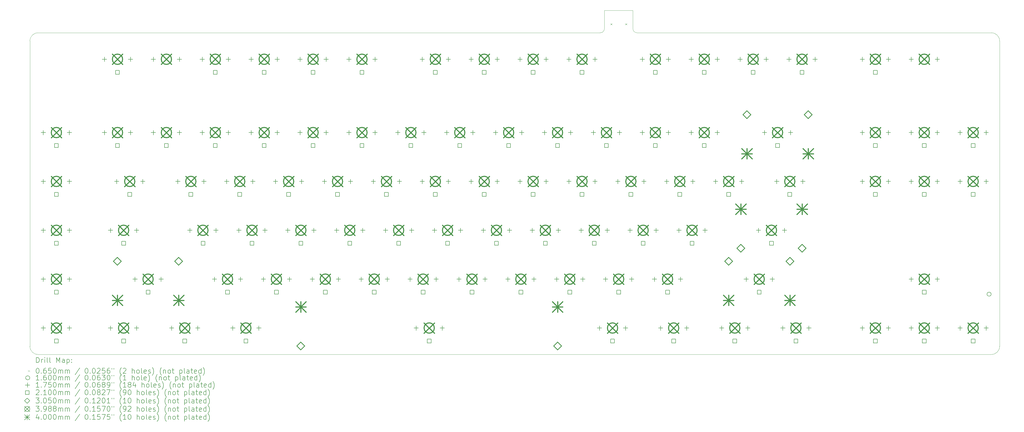
<source format=gbr>
%FSLAX45Y45*%
G04 Gerber Fmt 4.5, Leading zero omitted, Abs format (unit mm)*
G04 Created by KiCad (PCBNEW (6.0.0)) date 2022-03-06 17:03:51*
%MOMM*%
%LPD*%
G01*
G04 APERTURE LIST*
%TA.AperFunction,Profile*%
%ADD10C,0.100000*%
%TD*%
%ADD11C,0.200000*%
%ADD12C,0.065000*%
%ADD13C,0.160000*%
%ADD14C,0.175000*%
%ADD15C,0.210000*%
%ADD16C,0.305000*%
%ADD17C,0.398780*%
%ADD18C,0.400000*%
G04 APERTURE END LIST*
D10*
X39446890Y-21271160D02*
X2301730Y-21271160D01*
X39764370Y-9048180D02*
X39764370Y-20953680D01*
X1984250Y-20953680D02*
X1984250Y-9048180D01*
X2301730Y-8730700D02*
X24207850Y-8730700D01*
X25636510Y-8730700D02*
X39446890Y-8730700D01*
X25477770Y-8571960D02*
G75*
G03*
X25636510Y-8730700I158740J0D01*
G01*
X39764370Y-9048180D02*
G75*
G03*
X39446890Y-8730700I-317480J0D01*
G01*
X2301730Y-8730700D02*
G75*
G03*
X1984250Y-9048180I0J-317480D01*
G01*
X39446890Y-21271160D02*
G75*
G03*
X39764370Y-20953680I0J317480D01*
G01*
X1984250Y-20953680D02*
G75*
G03*
X2301730Y-21271160I317480J0D01*
G01*
X24366590Y-7857630D02*
X24366590Y-8571960D01*
X25477770Y-7857630D02*
X25477770Y-8571960D01*
X24207850Y-8730700D02*
G75*
G03*
X24366590Y-8571960I0J158740D01*
G01*
X25477770Y-7857630D02*
X24366590Y-7857630D01*
D11*
D12*
X24600680Y-8362925D02*
X24665680Y-8427925D01*
X24665680Y-8362925D02*
X24600680Y-8427925D01*
X25178680Y-8362925D02*
X25243680Y-8427925D01*
X25243680Y-8362925D02*
X25178680Y-8427925D01*
D13*
X39433560Y-18919470D02*
G75*
G03*
X39433560Y-18919470I-80000J0D01*
G01*
D14*
X2508060Y-12532330D02*
X2508060Y-12707330D01*
X2420560Y-12619830D02*
X2595560Y-12619830D01*
X2508060Y-14437210D02*
X2508060Y-14612210D01*
X2420560Y-14524710D02*
X2595560Y-14524710D01*
X2508060Y-16342090D02*
X2508060Y-16517090D01*
X2420560Y-16429590D02*
X2595560Y-16429590D01*
X2508060Y-18246970D02*
X2508060Y-18421970D01*
X2420560Y-18334470D02*
X2595560Y-18334470D01*
X2508060Y-20151850D02*
X2508060Y-20326850D01*
X2420560Y-20239350D02*
X2595560Y-20239350D01*
X3524060Y-12532330D02*
X3524060Y-12707330D01*
X3436560Y-12619830D02*
X3611560Y-12619830D01*
X3524060Y-14437210D02*
X3524060Y-14612210D01*
X3436560Y-14524710D02*
X3611560Y-14524710D01*
X3524060Y-16342090D02*
X3524060Y-16517090D01*
X3436560Y-16429590D02*
X3611560Y-16429590D01*
X3524060Y-18246970D02*
X3524060Y-18421970D01*
X3436560Y-18334470D02*
X3611560Y-18334470D01*
X3524060Y-20151850D02*
X3524060Y-20326850D01*
X3436560Y-20239350D02*
X3611560Y-20239350D01*
X4889160Y-9675010D02*
X4889160Y-9850010D01*
X4801660Y-9762510D02*
X4976660Y-9762510D01*
X4889160Y-12532330D02*
X4889160Y-12707330D01*
X4801660Y-12619830D02*
X4976660Y-12619830D01*
X5127270Y-16342090D02*
X5127270Y-16517090D01*
X5039770Y-16429590D02*
X5214770Y-16429590D01*
X5127270Y-20151850D02*
X5127270Y-20326850D01*
X5039770Y-20239350D02*
X5214770Y-20239350D01*
X5365380Y-14437210D02*
X5365380Y-14612210D01*
X5277880Y-14524710D02*
X5452880Y-14524710D01*
X5905160Y-9675010D02*
X5905160Y-9850010D01*
X5817660Y-9762510D02*
X5992660Y-9762510D01*
X5905160Y-12532330D02*
X5905160Y-12707330D01*
X5817660Y-12619830D02*
X5992660Y-12619830D01*
X6079710Y-18246970D02*
X6079710Y-18421970D01*
X5992210Y-18334470D02*
X6167210Y-18334470D01*
X6143270Y-16342090D02*
X6143270Y-16517090D01*
X6055770Y-16429590D02*
X6230770Y-16429590D01*
X6143270Y-20151850D02*
X6143270Y-20326850D01*
X6055770Y-20239350D02*
X6230770Y-20239350D01*
X6381380Y-14437210D02*
X6381380Y-14612210D01*
X6293880Y-14524710D02*
X6468880Y-14524710D01*
X6794040Y-9675010D02*
X6794040Y-9850010D01*
X6706540Y-9762510D02*
X6881540Y-9762510D01*
X6794040Y-12532330D02*
X6794040Y-12707330D01*
X6706540Y-12619830D02*
X6881540Y-12619830D01*
X7095710Y-18246970D02*
X7095710Y-18421970D01*
X7008210Y-18334470D02*
X7183210Y-18334470D01*
X7508370Y-20151850D02*
X7508370Y-20326850D01*
X7420870Y-20239350D02*
X7595870Y-20239350D01*
X7746480Y-14437210D02*
X7746480Y-14612210D01*
X7658980Y-14524710D02*
X7833980Y-14524710D01*
X7810040Y-9675010D02*
X7810040Y-9850010D01*
X7722540Y-9762510D02*
X7897540Y-9762510D01*
X7810040Y-12532330D02*
X7810040Y-12707330D01*
X7722540Y-12619830D02*
X7897540Y-12619830D01*
X8216870Y-16342090D02*
X8216870Y-16517090D01*
X8129370Y-16429590D02*
X8304370Y-16429590D01*
X8524370Y-20151850D02*
X8524370Y-20326850D01*
X8436870Y-20239350D02*
X8611870Y-20239350D01*
X8698920Y-9675010D02*
X8698920Y-9850010D01*
X8611420Y-9762510D02*
X8786420Y-9762510D01*
X8698920Y-12532330D02*
X8698920Y-12707330D01*
X8611420Y-12619830D02*
X8786420Y-12619830D01*
X8762480Y-14437210D02*
X8762480Y-14612210D01*
X8674980Y-14524710D02*
X8849980Y-14524710D01*
X9175140Y-18246970D02*
X9175140Y-18421970D01*
X9087640Y-18334470D02*
X9262640Y-18334470D01*
X9232870Y-16342090D02*
X9232870Y-16517090D01*
X9145370Y-16429590D02*
X9320370Y-16429590D01*
X9651360Y-14437210D02*
X9651360Y-14612210D01*
X9563860Y-14524710D02*
X9738860Y-14524710D01*
X9714920Y-9675010D02*
X9714920Y-9850010D01*
X9627420Y-9762510D02*
X9802420Y-9762510D01*
X9714920Y-12532330D02*
X9714920Y-12707330D01*
X9627420Y-12619830D02*
X9802420Y-12619830D01*
X9889470Y-20151850D02*
X9889470Y-20326850D01*
X9801970Y-20239350D02*
X9976970Y-20239350D01*
X10127580Y-16342090D02*
X10127580Y-16517090D01*
X10040080Y-16429590D02*
X10215080Y-16429590D01*
X10191140Y-18246970D02*
X10191140Y-18421970D01*
X10103640Y-18334470D02*
X10278640Y-18334470D01*
X10603800Y-9675010D02*
X10603800Y-9850010D01*
X10516300Y-9762510D02*
X10691300Y-9762510D01*
X10603800Y-12532330D02*
X10603800Y-12707330D01*
X10516300Y-12619830D02*
X10691300Y-12619830D01*
X10667360Y-14437210D02*
X10667360Y-14612210D01*
X10579860Y-14524710D02*
X10754860Y-14524710D01*
X10905470Y-20151850D02*
X10905470Y-20326850D01*
X10817970Y-20239350D02*
X10992970Y-20239350D01*
X11080020Y-18246970D02*
X11080020Y-18421970D01*
X10992520Y-18334470D02*
X11167520Y-18334470D01*
X11143580Y-16342090D02*
X11143580Y-16517090D01*
X11056080Y-16429590D02*
X11231080Y-16429590D01*
X11556240Y-14437210D02*
X11556240Y-14612210D01*
X11468740Y-14524710D02*
X11643740Y-14524710D01*
X11619800Y-9675010D02*
X11619800Y-9850010D01*
X11532300Y-9762510D02*
X11707300Y-9762510D01*
X11619800Y-12532330D02*
X11619800Y-12707330D01*
X11532300Y-12619830D02*
X11707300Y-12619830D01*
X12032460Y-16342090D02*
X12032460Y-16517090D01*
X11944960Y-16429590D02*
X12119960Y-16429590D01*
X12096020Y-18246970D02*
X12096020Y-18421970D01*
X12008520Y-18334470D02*
X12183520Y-18334470D01*
X12508680Y-9675010D02*
X12508680Y-9850010D01*
X12421180Y-9762510D02*
X12596180Y-9762510D01*
X12508680Y-12532330D02*
X12508680Y-12707330D01*
X12421180Y-12619830D02*
X12596180Y-12619830D01*
X12572240Y-14437210D02*
X12572240Y-14612210D01*
X12484740Y-14524710D02*
X12659740Y-14524710D01*
X12984900Y-18246970D02*
X12984900Y-18421970D01*
X12897400Y-18334470D02*
X13072400Y-18334470D01*
X13048460Y-16342090D02*
X13048460Y-16517090D01*
X12960960Y-16429590D02*
X13135960Y-16429590D01*
X13461120Y-14437210D02*
X13461120Y-14612210D01*
X13373620Y-14524710D02*
X13548620Y-14524710D01*
X13524680Y-9675010D02*
X13524680Y-9850010D01*
X13437180Y-9762510D02*
X13612180Y-9762510D01*
X13524680Y-12532330D02*
X13524680Y-12707330D01*
X13437180Y-12619830D02*
X13612180Y-12619830D01*
X13937340Y-16342090D02*
X13937340Y-16517090D01*
X13849840Y-16429590D02*
X14024840Y-16429590D01*
X14000900Y-18246970D02*
X14000900Y-18421970D01*
X13913400Y-18334470D02*
X14088400Y-18334470D01*
X14413560Y-9675010D02*
X14413560Y-9850010D01*
X14326060Y-9762510D02*
X14501060Y-9762510D01*
X14413560Y-12532330D02*
X14413560Y-12707330D01*
X14326060Y-12619830D02*
X14501060Y-12619830D01*
X14477120Y-14437210D02*
X14477120Y-14612210D01*
X14389620Y-14524710D02*
X14564620Y-14524710D01*
X14889780Y-18246970D02*
X14889780Y-18421970D01*
X14802280Y-18334470D02*
X14977280Y-18334470D01*
X14953340Y-16342090D02*
X14953340Y-16517090D01*
X14865840Y-16429590D02*
X15040840Y-16429590D01*
X15366000Y-14437210D02*
X15366000Y-14612210D01*
X15278500Y-14524710D02*
X15453500Y-14524710D01*
X15429560Y-9675010D02*
X15429560Y-9850010D01*
X15342060Y-9762510D02*
X15517060Y-9762510D01*
X15429560Y-12532330D02*
X15429560Y-12707330D01*
X15342060Y-12619830D02*
X15517060Y-12619830D01*
X15842220Y-16342090D02*
X15842220Y-16517090D01*
X15754720Y-16429590D02*
X15929720Y-16429590D01*
X15905780Y-18246970D02*
X15905780Y-18421970D01*
X15818280Y-18334470D02*
X15993280Y-18334470D01*
X16318440Y-12532330D02*
X16318440Y-12707330D01*
X16230940Y-12619830D02*
X16405940Y-12619830D01*
X16382000Y-14437210D02*
X16382000Y-14612210D01*
X16294500Y-14524710D02*
X16469500Y-14524710D01*
X16794660Y-18246970D02*
X16794660Y-18421970D01*
X16707160Y-18334470D02*
X16882160Y-18334470D01*
X16858220Y-16342090D02*
X16858220Y-16517090D01*
X16770720Y-16429590D02*
X16945720Y-16429590D01*
X17032770Y-20151850D02*
X17032770Y-20326850D01*
X16945270Y-20239350D02*
X17120270Y-20239350D01*
X17270880Y-9675010D02*
X17270880Y-9850010D01*
X17183380Y-9762510D02*
X17358380Y-9762510D01*
X17270880Y-14437210D02*
X17270880Y-14612210D01*
X17183380Y-14524710D02*
X17358380Y-14524710D01*
X17334440Y-12532330D02*
X17334440Y-12707330D01*
X17246940Y-12619830D02*
X17421940Y-12619830D01*
X17747100Y-16342090D02*
X17747100Y-16517090D01*
X17659600Y-16429590D02*
X17834600Y-16429590D01*
X17810660Y-18246970D02*
X17810660Y-18421970D01*
X17723160Y-18334470D02*
X17898160Y-18334470D01*
X18048770Y-20151850D02*
X18048770Y-20326850D01*
X17961270Y-20239350D02*
X18136270Y-20239350D01*
X18223320Y-12532330D02*
X18223320Y-12707330D01*
X18135820Y-12619830D02*
X18310820Y-12619830D01*
X18286880Y-9675010D02*
X18286880Y-9850010D01*
X18199380Y-9762510D02*
X18374380Y-9762510D01*
X18286880Y-14437210D02*
X18286880Y-14612210D01*
X18199380Y-14524710D02*
X18374380Y-14524710D01*
X18699540Y-18246970D02*
X18699540Y-18421970D01*
X18612040Y-18334470D02*
X18787040Y-18334470D01*
X18763100Y-16342090D02*
X18763100Y-16517090D01*
X18675600Y-16429590D02*
X18850600Y-16429590D01*
X19175760Y-9675010D02*
X19175760Y-9850010D01*
X19088260Y-9762510D02*
X19263260Y-9762510D01*
X19175760Y-14437210D02*
X19175760Y-14612210D01*
X19088260Y-14524710D02*
X19263260Y-14524710D01*
X19239320Y-12532330D02*
X19239320Y-12707330D01*
X19151820Y-12619830D02*
X19326820Y-12619830D01*
X19651980Y-16342090D02*
X19651980Y-16517090D01*
X19564480Y-16429590D02*
X19739480Y-16429590D01*
X19715540Y-18246970D02*
X19715540Y-18421970D01*
X19628040Y-18334470D02*
X19803040Y-18334470D01*
X20128200Y-12532330D02*
X20128200Y-12707330D01*
X20040700Y-12619830D02*
X20215700Y-12619830D01*
X20191760Y-9675010D02*
X20191760Y-9850010D01*
X20104260Y-9762510D02*
X20279260Y-9762510D01*
X20191760Y-14437210D02*
X20191760Y-14612210D01*
X20104260Y-14524710D02*
X20279260Y-14524710D01*
X20604420Y-18246970D02*
X20604420Y-18421970D01*
X20516920Y-18334470D02*
X20691920Y-18334470D01*
X20667980Y-16342090D02*
X20667980Y-16517090D01*
X20580480Y-16429590D02*
X20755480Y-16429590D01*
X21080640Y-9675010D02*
X21080640Y-9850010D01*
X20993140Y-9762510D02*
X21168140Y-9762510D01*
X21080640Y-14437210D02*
X21080640Y-14612210D01*
X20993140Y-14524710D02*
X21168140Y-14524710D01*
X21144200Y-12532330D02*
X21144200Y-12707330D01*
X21056700Y-12619830D02*
X21231700Y-12619830D01*
X21556860Y-16342090D02*
X21556860Y-16517090D01*
X21469360Y-16429590D02*
X21644360Y-16429590D01*
X21620420Y-18246970D02*
X21620420Y-18421970D01*
X21532920Y-18334470D02*
X21707920Y-18334470D01*
X22033080Y-12532330D02*
X22033080Y-12707330D01*
X21945580Y-12619830D02*
X22120580Y-12619830D01*
X22096640Y-9675010D02*
X22096640Y-9850010D01*
X22009140Y-9762510D02*
X22184140Y-9762510D01*
X22096640Y-14437210D02*
X22096640Y-14612210D01*
X22009140Y-14524710D02*
X22184140Y-14524710D01*
X22509300Y-18246970D02*
X22509300Y-18421970D01*
X22421800Y-18334470D02*
X22596800Y-18334470D01*
X22572860Y-16342090D02*
X22572860Y-16517090D01*
X22485360Y-16429590D02*
X22660360Y-16429590D01*
X22985520Y-9675010D02*
X22985520Y-9850010D01*
X22898020Y-9762510D02*
X23073020Y-9762510D01*
X22985520Y-14437210D02*
X22985520Y-14612210D01*
X22898020Y-14524710D02*
X23073020Y-14524710D01*
X23049080Y-12532330D02*
X23049080Y-12707330D01*
X22961580Y-12619830D02*
X23136580Y-12619830D01*
X23461740Y-16342090D02*
X23461740Y-16517090D01*
X23374240Y-16429590D02*
X23549240Y-16429590D01*
X23525300Y-18246970D02*
X23525300Y-18421970D01*
X23437800Y-18334470D02*
X23612800Y-18334470D01*
X23937960Y-12532330D02*
X23937960Y-12707330D01*
X23850460Y-12619830D02*
X24025460Y-12619830D01*
X24001520Y-9675010D02*
X24001520Y-9850010D01*
X23914020Y-9762510D02*
X24089020Y-9762510D01*
X24001520Y-14437210D02*
X24001520Y-14612210D01*
X23914020Y-14524710D02*
X24089020Y-14524710D01*
X24176070Y-20151850D02*
X24176070Y-20326850D01*
X24088570Y-20239350D02*
X24263570Y-20239350D01*
X24414180Y-18246970D02*
X24414180Y-18421970D01*
X24326680Y-18334470D02*
X24501680Y-18334470D01*
X24477740Y-16342090D02*
X24477740Y-16517090D01*
X24390240Y-16429590D02*
X24565240Y-16429590D01*
X24890400Y-14437210D02*
X24890400Y-14612210D01*
X24802900Y-14524710D02*
X24977900Y-14524710D01*
X24953960Y-12532330D02*
X24953960Y-12707330D01*
X24866460Y-12619830D02*
X25041460Y-12619830D01*
X25192070Y-20151850D02*
X25192070Y-20326850D01*
X25104570Y-20239350D02*
X25279570Y-20239350D01*
X25366620Y-16342090D02*
X25366620Y-16517090D01*
X25279120Y-16429590D02*
X25454120Y-16429590D01*
X25430180Y-18246970D02*
X25430180Y-18421970D01*
X25342680Y-18334470D02*
X25517680Y-18334470D01*
X25842840Y-9675010D02*
X25842840Y-9850010D01*
X25755340Y-9762510D02*
X25930340Y-9762510D01*
X25842840Y-12532330D02*
X25842840Y-12707330D01*
X25755340Y-12619830D02*
X25930340Y-12619830D01*
X25906400Y-14437210D02*
X25906400Y-14612210D01*
X25818900Y-14524710D02*
X25993900Y-14524710D01*
X26319060Y-18246970D02*
X26319060Y-18421970D01*
X26231560Y-18334470D02*
X26406560Y-18334470D01*
X26382620Y-16342090D02*
X26382620Y-16517090D01*
X26295120Y-16429590D02*
X26470120Y-16429590D01*
X26557170Y-20151850D02*
X26557170Y-20326850D01*
X26469670Y-20239350D02*
X26644670Y-20239350D01*
X26795280Y-14437210D02*
X26795280Y-14612210D01*
X26707780Y-14524710D02*
X26882780Y-14524710D01*
X26858840Y-9675010D02*
X26858840Y-9850010D01*
X26771340Y-9762510D02*
X26946340Y-9762510D01*
X26858840Y-12532330D02*
X26858840Y-12707330D01*
X26771340Y-12619830D02*
X26946340Y-12619830D01*
X27271500Y-16342090D02*
X27271500Y-16517090D01*
X27184000Y-16429590D02*
X27359000Y-16429590D01*
X27335060Y-18246970D02*
X27335060Y-18421970D01*
X27247560Y-18334470D02*
X27422560Y-18334470D01*
X27573170Y-20151850D02*
X27573170Y-20326850D01*
X27485670Y-20239350D02*
X27660670Y-20239350D01*
X27747720Y-9675010D02*
X27747720Y-9850010D01*
X27660220Y-9762510D02*
X27835220Y-9762510D01*
X27747720Y-12532330D02*
X27747720Y-12707330D01*
X27660220Y-12619830D02*
X27835220Y-12619830D01*
X27811280Y-14437210D02*
X27811280Y-14612210D01*
X27723780Y-14524710D02*
X27898780Y-14524710D01*
X28287500Y-16342090D02*
X28287500Y-16517090D01*
X28200000Y-16429590D02*
X28375000Y-16429590D01*
X28700160Y-14437210D02*
X28700160Y-14612210D01*
X28612660Y-14524710D02*
X28787660Y-14524710D01*
X28763720Y-9675010D02*
X28763720Y-9850010D01*
X28676220Y-9762510D02*
X28851220Y-9762510D01*
X28763720Y-12532330D02*
X28763720Y-12707330D01*
X28676220Y-12619830D02*
X28851220Y-12619830D01*
X28938270Y-20151850D02*
X28938270Y-20326850D01*
X28850770Y-20239350D02*
X29025770Y-20239350D01*
X29652600Y-9675010D02*
X29652600Y-9850010D01*
X29565100Y-9762510D02*
X29740100Y-9762510D01*
X29716160Y-14437210D02*
X29716160Y-14612210D01*
X29628660Y-14524710D02*
X29803660Y-14524710D01*
X29889756Y-18246884D02*
X29889756Y-18421884D01*
X29802256Y-18334384D02*
X29977256Y-18334384D01*
X29954270Y-20151850D02*
X29954270Y-20326850D01*
X29866770Y-20239350D02*
X30041770Y-20239350D01*
X30366930Y-16342090D02*
X30366930Y-16517090D01*
X30279430Y-16429590D02*
X30454430Y-16429590D01*
X30605040Y-12532330D02*
X30605040Y-12707330D01*
X30517540Y-12619830D02*
X30692540Y-12619830D01*
X30668600Y-9675010D02*
X30668600Y-9850010D01*
X30581100Y-9762510D02*
X30756100Y-9762510D01*
X30905756Y-18246884D02*
X30905756Y-18421884D01*
X30818256Y-18334384D02*
X30993256Y-18334384D01*
X31081260Y-14437210D02*
X31081260Y-14612210D01*
X30993760Y-14524710D02*
X31168760Y-14524710D01*
X31319370Y-20151850D02*
X31319370Y-20326850D01*
X31231870Y-20239350D02*
X31406870Y-20239350D01*
X31382930Y-16342090D02*
X31382930Y-16517090D01*
X31295430Y-16429590D02*
X31470430Y-16429590D01*
X31557480Y-9675010D02*
X31557480Y-9850010D01*
X31469980Y-9762510D02*
X31644980Y-9762510D01*
X31621040Y-12532330D02*
X31621040Y-12707330D01*
X31533540Y-12619830D02*
X31708540Y-12619830D01*
X32097260Y-14437210D02*
X32097260Y-14612210D01*
X32009760Y-14524710D02*
X32184760Y-14524710D01*
X32335370Y-20151850D02*
X32335370Y-20326850D01*
X32247870Y-20239350D02*
X32422870Y-20239350D01*
X32573480Y-9675010D02*
X32573480Y-9850010D01*
X32485980Y-9762510D02*
X32660980Y-9762510D01*
X34414800Y-9675010D02*
X34414800Y-9850010D01*
X34327300Y-9762510D02*
X34502300Y-9762510D01*
X34414800Y-12532330D02*
X34414800Y-12707330D01*
X34327300Y-12619830D02*
X34502300Y-12619830D01*
X34414800Y-14437210D02*
X34414800Y-14612210D01*
X34327300Y-14524710D02*
X34502300Y-14524710D01*
X34414800Y-20151850D02*
X34414800Y-20326850D01*
X34327300Y-20239350D02*
X34502300Y-20239350D01*
X35430800Y-9675010D02*
X35430800Y-9850010D01*
X35343300Y-9762510D02*
X35518300Y-9762510D01*
X35430800Y-12532330D02*
X35430800Y-12707330D01*
X35343300Y-12619830D02*
X35518300Y-12619830D01*
X35430800Y-14437210D02*
X35430800Y-14612210D01*
X35343300Y-14524710D02*
X35518300Y-14524710D01*
X35430800Y-20151850D02*
X35430800Y-20326850D01*
X35343300Y-20239350D02*
X35518300Y-20239350D01*
X36319680Y-9675010D02*
X36319680Y-9850010D01*
X36232180Y-9762510D02*
X36407180Y-9762510D01*
X36319680Y-12532330D02*
X36319680Y-12707330D01*
X36232180Y-12619830D02*
X36407180Y-12619830D01*
X36319680Y-14437210D02*
X36319680Y-14612210D01*
X36232180Y-14524710D02*
X36407180Y-14524710D01*
X36319680Y-18246970D02*
X36319680Y-18421970D01*
X36232180Y-18334470D02*
X36407180Y-18334470D01*
X36319680Y-20151850D02*
X36319680Y-20326850D01*
X36232180Y-20239350D02*
X36407180Y-20239350D01*
X37335680Y-9675010D02*
X37335680Y-9850010D01*
X37248180Y-9762510D02*
X37423180Y-9762510D01*
X37335680Y-12532330D02*
X37335680Y-12707330D01*
X37248180Y-12619830D02*
X37423180Y-12619830D01*
X37335680Y-14437210D02*
X37335680Y-14612210D01*
X37248180Y-14524710D02*
X37423180Y-14524710D01*
X37335680Y-18246970D02*
X37335680Y-18421970D01*
X37248180Y-18334470D02*
X37423180Y-18334470D01*
X37335680Y-20151850D02*
X37335680Y-20326850D01*
X37248180Y-20239350D02*
X37423180Y-20239350D01*
X38224560Y-12532330D02*
X38224560Y-12707330D01*
X38137060Y-12619830D02*
X38312060Y-12619830D01*
X38224560Y-14437210D02*
X38224560Y-14612210D01*
X38137060Y-14524710D02*
X38312060Y-14524710D01*
X38224560Y-20151850D02*
X38224560Y-20326850D01*
X38137060Y-20239350D02*
X38312060Y-20239350D01*
X39240560Y-12532330D02*
X39240560Y-12707330D01*
X39153060Y-12619830D02*
X39328060Y-12619830D01*
X39240560Y-14437210D02*
X39240560Y-14612210D01*
X39153060Y-14524710D02*
X39328060Y-14524710D01*
X39240560Y-20151850D02*
X39240560Y-20326850D01*
X39153060Y-20239350D02*
X39328060Y-20239350D01*
D15*
X3090307Y-13201577D02*
X3090307Y-13053083D01*
X2941813Y-13053083D01*
X2941813Y-13201577D01*
X3090307Y-13201577D01*
X3090307Y-15106457D02*
X3090307Y-14957963D01*
X2941813Y-14957963D01*
X2941813Y-15106457D01*
X3090307Y-15106457D01*
X3090307Y-17011337D02*
X3090307Y-16862843D01*
X2941813Y-16862843D01*
X2941813Y-17011337D01*
X3090307Y-17011337D01*
X3090307Y-18916217D02*
X3090307Y-18767723D01*
X2941813Y-18767723D01*
X2941813Y-18916217D01*
X3090307Y-18916217D01*
X3090307Y-20821097D02*
X3090307Y-20672603D01*
X2941813Y-20672603D01*
X2941813Y-20821097D01*
X3090307Y-20821097D01*
X5471407Y-10344257D02*
X5471407Y-10195763D01*
X5322913Y-10195763D01*
X5322913Y-10344257D01*
X5471407Y-10344257D01*
X5471407Y-13201577D02*
X5471407Y-13053083D01*
X5322913Y-13053083D01*
X5322913Y-13201577D01*
X5471407Y-13201577D01*
X5709517Y-17011337D02*
X5709517Y-16862843D01*
X5561023Y-16862843D01*
X5561023Y-17011337D01*
X5709517Y-17011337D01*
X5709517Y-20821097D02*
X5709517Y-20672603D01*
X5561023Y-20672603D01*
X5561023Y-20821097D01*
X5709517Y-20821097D01*
X5947627Y-15106457D02*
X5947627Y-14957963D01*
X5799133Y-14957963D01*
X5799133Y-15106457D01*
X5947627Y-15106457D01*
X6661957Y-18916217D02*
X6661957Y-18767723D01*
X6513463Y-18767723D01*
X6513463Y-18916217D01*
X6661957Y-18916217D01*
X7376287Y-13201577D02*
X7376287Y-13053083D01*
X7227793Y-13053083D01*
X7227793Y-13201577D01*
X7376287Y-13201577D01*
X8090617Y-20821097D02*
X8090617Y-20672603D01*
X7942123Y-20672603D01*
X7942123Y-20821097D01*
X8090617Y-20821097D01*
X8328727Y-15106457D02*
X8328727Y-14957963D01*
X8180233Y-14957963D01*
X8180233Y-15106457D01*
X8328727Y-15106457D01*
X8804947Y-17011337D02*
X8804947Y-16862843D01*
X8656453Y-16862843D01*
X8656453Y-17011337D01*
X8804947Y-17011337D01*
X9281167Y-10344257D02*
X9281167Y-10195763D01*
X9132673Y-10195763D01*
X9132673Y-10344257D01*
X9281167Y-10344257D01*
X9281167Y-13201577D02*
X9281167Y-13053083D01*
X9132673Y-13053083D01*
X9132673Y-13201577D01*
X9281167Y-13201577D01*
X9757387Y-18916217D02*
X9757387Y-18767723D01*
X9608893Y-18767723D01*
X9608893Y-18916217D01*
X9757387Y-18916217D01*
X10233607Y-15106457D02*
X10233607Y-14957963D01*
X10085113Y-14957963D01*
X10085113Y-15106457D01*
X10233607Y-15106457D01*
X10471717Y-20821097D02*
X10471717Y-20672603D01*
X10323223Y-20672603D01*
X10323223Y-20821097D01*
X10471717Y-20821097D01*
X10709827Y-17011337D02*
X10709827Y-16862843D01*
X10561333Y-16862843D01*
X10561333Y-17011337D01*
X10709827Y-17011337D01*
X11186047Y-10344257D02*
X11186047Y-10195763D01*
X11037553Y-10195763D01*
X11037553Y-10344257D01*
X11186047Y-10344257D01*
X11186047Y-13201577D02*
X11186047Y-13053083D01*
X11037553Y-13053083D01*
X11037553Y-13201577D01*
X11186047Y-13201577D01*
X11662267Y-18916217D02*
X11662267Y-18767723D01*
X11513773Y-18767723D01*
X11513773Y-18916217D01*
X11662267Y-18916217D01*
X12138487Y-15106457D02*
X12138487Y-14957963D01*
X11989993Y-14957963D01*
X11989993Y-15106457D01*
X12138487Y-15106457D01*
X12614707Y-17011337D02*
X12614707Y-16862843D01*
X12466213Y-16862843D01*
X12466213Y-17011337D01*
X12614707Y-17011337D01*
X13090927Y-10344257D02*
X13090927Y-10195763D01*
X12942433Y-10195763D01*
X12942433Y-10344257D01*
X13090927Y-10344257D01*
X13090927Y-13201577D02*
X13090927Y-13053083D01*
X12942433Y-13053083D01*
X12942433Y-13201577D01*
X13090927Y-13201577D01*
X13567147Y-18916217D02*
X13567147Y-18767723D01*
X13418653Y-18767723D01*
X13418653Y-18916217D01*
X13567147Y-18916217D01*
X14043367Y-15106457D02*
X14043367Y-14957963D01*
X13894873Y-14957963D01*
X13894873Y-15106457D01*
X14043367Y-15106457D01*
X14519587Y-17011337D02*
X14519587Y-16862843D01*
X14371093Y-16862843D01*
X14371093Y-17011337D01*
X14519587Y-17011337D01*
X14995807Y-10344257D02*
X14995807Y-10195763D01*
X14847313Y-10195763D01*
X14847313Y-10344257D01*
X14995807Y-10344257D01*
X14995807Y-13201577D02*
X14995807Y-13053083D01*
X14847313Y-13053083D01*
X14847313Y-13201577D01*
X14995807Y-13201577D01*
X15472027Y-18916217D02*
X15472027Y-18767723D01*
X15323533Y-18767723D01*
X15323533Y-18916217D01*
X15472027Y-18916217D01*
X15948247Y-15106457D02*
X15948247Y-14957963D01*
X15799753Y-14957963D01*
X15799753Y-15106457D01*
X15948247Y-15106457D01*
X16424467Y-17011337D02*
X16424467Y-16862843D01*
X16275973Y-16862843D01*
X16275973Y-17011337D01*
X16424467Y-17011337D01*
X16900687Y-13201577D02*
X16900687Y-13053083D01*
X16752193Y-13053083D01*
X16752193Y-13201577D01*
X16900687Y-13201577D01*
X17376907Y-18916217D02*
X17376907Y-18767723D01*
X17228413Y-18767723D01*
X17228413Y-18916217D01*
X17376907Y-18916217D01*
X17615017Y-20821097D02*
X17615017Y-20672603D01*
X17466523Y-20672603D01*
X17466523Y-20821097D01*
X17615017Y-20821097D01*
X17853127Y-10344257D02*
X17853127Y-10195763D01*
X17704633Y-10195763D01*
X17704633Y-10344257D01*
X17853127Y-10344257D01*
X17853127Y-15106457D02*
X17853127Y-14957963D01*
X17704633Y-14957963D01*
X17704633Y-15106457D01*
X17853127Y-15106457D01*
X18329347Y-17011337D02*
X18329347Y-16862843D01*
X18180853Y-16862843D01*
X18180853Y-17011337D01*
X18329347Y-17011337D01*
X18805567Y-13201577D02*
X18805567Y-13053083D01*
X18657073Y-13053083D01*
X18657073Y-13201577D01*
X18805567Y-13201577D01*
X19281787Y-18916217D02*
X19281787Y-18767723D01*
X19133293Y-18767723D01*
X19133293Y-18916217D01*
X19281787Y-18916217D01*
X19758007Y-10344257D02*
X19758007Y-10195763D01*
X19609513Y-10195763D01*
X19609513Y-10344257D01*
X19758007Y-10344257D01*
X19758007Y-15106457D02*
X19758007Y-14957963D01*
X19609513Y-14957963D01*
X19609513Y-15106457D01*
X19758007Y-15106457D01*
X20234227Y-17011337D02*
X20234227Y-16862843D01*
X20085733Y-16862843D01*
X20085733Y-17011337D01*
X20234227Y-17011337D01*
X20710447Y-13201577D02*
X20710447Y-13053083D01*
X20561953Y-13053083D01*
X20561953Y-13201577D01*
X20710447Y-13201577D01*
X21186667Y-18916217D02*
X21186667Y-18767723D01*
X21038173Y-18767723D01*
X21038173Y-18916217D01*
X21186667Y-18916217D01*
X21662887Y-10344257D02*
X21662887Y-10195763D01*
X21514393Y-10195763D01*
X21514393Y-10344257D01*
X21662887Y-10344257D01*
X21662887Y-15106457D02*
X21662887Y-14957963D01*
X21514393Y-14957963D01*
X21514393Y-15106457D01*
X21662887Y-15106457D01*
X22139107Y-17011337D02*
X22139107Y-16862843D01*
X21990613Y-16862843D01*
X21990613Y-17011337D01*
X22139107Y-17011337D01*
X22615327Y-13201577D02*
X22615327Y-13053083D01*
X22466833Y-13053083D01*
X22466833Y-13201577D01*
X22615327Y-13201577D01*
X23091547Y-18916217D02*
X23091547Y-18767723D01*
X22943053Y-18767723D01*
X22943053Y-18916217D01*
X23091547Y-18916217D01*
X23567767Y-10344257D02*
X23567767Y-10195763D01*
X23419273Y-10195763D01*
X23419273Y-10344257D01*
X23567767Y-10344257D01*
X23567767Y-15106457D02*
X23567767Y-14957963D01*
X23419273Y-14957963D01*
X23419273Y-15106457D01*
X23567767Y-15106457D01*
X24043987Y-17011337D02*
X24043987Y-16862843D01*
X23895493Y-16862843D01*
X23895493Y-17011337D01*
X24043987Y-17011337D01*
X24520207Y-13201577D02*
X24520207Y-13053083D01*
X24371713Y-13053083D01*
X24371713Y-13201577D01*
X24520207Y-13201577D01*
X24758317Y-20821097D02*
X24758317Y-20672603D01*
X24609823Y-20672603D01*
X24609823Y-20821097D01*
X24758317Y-20821097D01*
X24996427Y-18916217D02*
X24996427Y-18767723D01*
X24847933Y-18767723D01*
X24847933Y-18916217D01*
X24996427Y-18916217D01*
X25472647Y-15106457D02*
X25472647Y-14957963D01*
X25324153Y-14957963D01*
X25324153Y-15106457D01*
X25472647Y-15106457D01*
X25948867Y-17011337D02*
X25948867Y-16862843D01*
X25800373Y-16862843D01*
X25800373Y-17011337D01*
X25948867Y-17011337D01*
X26425087Y-10344257D02*
X26425087Y-10195763D01*
X26276593Y-10195763D01*
X26276593Y-10344257D01*
X26425087Y-10344257D01*
X26425087Y-13201577D02*
X26425087Y-13053083D01*
X26276593Y-13053083D01*
X26276593Y-13201577D01*
X26425087Y-13201577D01*
X26901307Y-18916217D02*
X26901307Y-18767723D01*
X26752813Y-18767723D01*
X26752813Y-18916217D01*
X26901307Y-18916217D01*
X27139417Y-20821097D02*
X27139417Y-20672603D01*
X26990923Y-20672603D01*
X26990923Y-20821097D01*
X27139417Y-20821097D01*
X27377527Y-15106457D02*
X27377527Y-14957963D01*
X27229033Y-14957963D01*
X27229033Y-15106457D01*
X27377527Y-15106457D01*
X27853747Y-17011337D02*
X27853747Y-16862843D01*
X27705253Y-16862843D01*
X27705253Y-17011337D01*
X27853747Y-17011337D01*
X28329967Y-10344257D02*
X28329967Y-10195763D01*
X28181473Y-10195763D01*
X28181473Y-10344257D01*
X28329967Y-10344257D01*
X28329967Y-13201577D02*
X28329967Y-13053083D01*
X28181473Y-13053083D01*
X28181473Y-13201577D01*
X28329967Y-13201577D01*
X29282407Y-15106457D02*
X29282407Y-14957963D01*
X29133913Y-14957963D01*
X29133913Y-15106457D01*
X29282407Y-15106457D01*
X29520517Y-20821097D02*
X29520517Y-20672603D01*
X29372023Y-20672603D01*
X29372023Y-20821097D01*
X29520517Y-20821097D01*
X30234847Y-10344257D02*
X30234847Y-10195763D01*
X30086353Y-10195763D01*
X30086353Y-10344257D01*
X30234847Y-10344257D01*
X30472957Y-18916217D02*
X30472957Y-18767723D01*
X30324463Y-18767723D01*
X30324463Y-18916217D01*
X30472957Y-18916217D01*
X30949177Y-17011337D02*
X30949177Y-16862843D01*
X30800683Y-16862843D01*
X30800683Y-17011337D01*
X30949177Y-17011337D01*
X31187287Y-13201577D02*
X31187287Y-13053083D01*
X31038793Y-13053083D01*
X31038793Y-13201577D01*
X31187287Y-13201577D01*
X31663507Y-15106457D02*
X31663507Y-14957963D01*
X31515013Y-14957963D01*
X31515013Y-15106457D01*
X31663507Y-15106457D01*
X31901617Y-20821097D02*
X31901617Y-20672603D01*
X31753123Y-20672603D01*
X31753123Y-20821097D01*
X31901617Y-20821097D01*
X32139727Y-10344257D02*
X32139727Y-10195763D01*
X31991233Y-10195763D01*
X31991233Y-10344257D01*
X32139727Y-10344257D01*
X34997047Y-10344257D02*
X34997047Y-10195763D01*
X34848553Y-10195763D01*
X34848553Y-10344257D01*
X34997047Y-10344257D01*
X34997047Y-13201577D02*
X34997047Y-13053083D01*
X34848553Y-13053083D01*
X34848553Y-13201577D01*
X34997047Y-13201577D01*
X34997047Y-15106457D02*
X34997047Y-14957963D01*
X34848553Y-14957963D01*
X34848553Y-15106457D01*
X34997047Y-15106457D01*
X34997047Y-20821097D02*
X34997047Y-20672603D01*
X34848553Y-20672603D01*
X34848553Y-20821097D01*
X34997047Y-20821097D01*
X36901927Y-13201577D02*
X36901927Y-13053083D01*
X36753433Y-13053083D01*
X36753433Y-13201577D01*
X36901927Y-13201577D01*
X36901927Y-15106457D02*
X36901927Y-14957963D01*
X36753433Y-14957963D01*
X36753433Y-15106457D01*
X36901927Y-15106457D01*
X36901927Y-18916217D02*
X36901927Y-18767723D01*
X36753433Y-18767723D01*
X36753433Y-18916217D01*
X36901927Y-18916217D01*
X36901927Y-20821097D02*
X36901927Y-20672603D01*
X36753433Y-20672603D01*
X36753433Y-20821097D01*
X36901927Y-20821097D01*
X38806807Y-13201577D02*
X38806807Y-13053083D01*
X38658313Y-13053083D01*
X38658313Y-13201577D01*
X38806807Y-13201577D01*
X38806807Y-15106457D02*
X38806807Y-14957963D01*
X38658313Y-14957963D01*
X38658313Y-15106457D01*
X38806807Y-15106457D01*
X38806807Y-20821097D02*
X38806807Y-20672603D01*
X38658313Y-20672603D01*
X38658313Y-20821097D01*
X38806807Y-20821097D01*
D16*
X5393910Y-17786970D02*
X5546410Y-17634470D01*
X5393910Y-17481970D01*
X5241410Y-17634470D01*
X5393910Y-17786970D01*
X7781510Y-17786970D02*
X7934010Y-17634470D01*
X7781510Y-17481970D01*
X7629010Y-17634470D01*
X7781510Y-17786970D01*
X12540770Y-21091850D02*
X12693270Y-20939350D01*
X12540770Y-20786850D01*
X12388270Y-20939350D01*
X12540770Y-21091850D01*
X22540770Y-21091850D02*
X22693270Y-20939350D01*
X22540770Y-20786850D01*
X22388270Y-20939350D01*
X22540770Y-21091850D01*
X29204910Y-17786970D02*
X29357410Y-17634470D01*
X29204910Y-17481970D01*
X29052410Y-17634470D01*
X29204910Y-17786970D01*
X29681130Y-17282090D02*
X29833630Y-17129590D01*
X29681130Y-16977090D01*
X29528630Y-17129590D01*
X29681130Y-17282090D01*
X29919240Y-12072330D02*
X30071740Y-11919830D01*
X29919240Y-11767330D01*
X29766740Y-11919830D01*
X29919240Y-12072330D01*
X31592510Y-17786970D02*
X31745010Y-17634470D01*
X31592510Y-17481970D01*
X31440010Y-17634470D01*
X31592510Y-17786970D01*
X32068730Y-17282090D02*
X32221230Y-17129590D01*
X32068730Y-16977090D01*
X31916230Y-17129590D01*
X32068730Y-17282090D01*
X32306840Y-12072330D02*
X32459340Y-11919830D01*
X32306840Y-11767330D01*
X32154340Y-11919830D01*
X32306840Y-12072330D01*
D17*
X2816670Y-12420440D02*
X3215450Y-12819220D01*
X3215450Y-12420440D02*
X2816670Y-12819220D01*
X3215450Y-12619830D02*
G75*
G03*
X3215450Y-12619830I-199390J0D01*
G01*
X2816670Y-14325320D02*
X3215450Y-14724100D01*
X3215450Y-14325320D02*
X2816670Y-14724100D01*
X3215450Y-14524710D02*
G75*
G03*
X3215450Y-14524710I-199390J0D01*
G01*
X2816670Y-16230200D02*
X3215450Y-16628980D01*
X3215450Y-16230200D02*
X2816670Y-16628980D01*
X3215450Y-16429590D02*
G75*
G03*
X3215450Y-16429590I-199390J0D01*
G01*
X2816670Y-18135080D02*
X3215450Y-18533860D01*
X3215450Y-18135080D02*
X2816670Y-18533860D01*
X3215450Y-18334470D02*
G75*
G03*
X3215450Y-18334470I-199390J0D01*
G01*
X2816670Y-20039960D02*
X3215450Y-20438740D01*
X3215450Y-20039960D02*
X2816670Y-20438740D01*
X3215450Y-20239350D02*
G75*
G03*
X3215450Y-20239350I-199390J0D01*
G01*
X5197770Y-9563120D02*
X5596550Y-9961900D01*
X5596550Y-9563120D02*
X5197770Y-9961900D01*
X5596550Y-9762510D02*
G75*
G03*
X5596550Y-9762510I-199390J0D01*
G01*
X5197770Y-12420440D02*
X5596550Y-12819220D01*
X5596550Y-12420440D02*
X5197770Y-12819220D01*
X5596550Y-12619830D02*
G75*
G03*
X5596550Y-12619830I-199390J0D01*
G01*
X5435880Y-16230200D02*
X5834660Y-16628980D01*
X5834660Y-16230200D02*
X5435880Y-16628980D01*
X5834660Y-16429590D02*
G75*
G03*
X5834660Y-16429590I-199390J0D01*
G01*
X5435880Y-20039960D02*
X5834660Y-20438740D01*
X5834660Y-20039960D02*
X5435880Y-20438740D01*
X5834660Y-20239350D02*
G75*
G03*
X5834660Y-20239350I-199390J0D01*
G01*
X5673990Y-14325320D02*
X6072770Y-14724100D01*
X6072770Y-14325320D02*
X5673990Y-14724100D01*
X6072770Y-14524710D02*
G75*
G03*
X6072770Y-14524710I-199390J0D01*
G01*
X6388320Y-18135080D02*
X6787100Y-18533860D01*
X6787100Y-18135080D02*
X6388320Y-18533860D01*
X6787100Y-18334470D02*
G75*
G03*
X6787100Y-18334470I-199390J0D01*
G01*
X7102650Y-9563120D02*
X7501430Y-9961900D01*
X7501430Y-9563120D02*
X7102650Y-9961900D01*
X7501430Y-9762510D02*
G75*
G03*
X7501430Y-9762510I-199390J0D01*
G01*
X7102650Y-12420440D02*
X7501430Y-12819220D01*
X7501430Y-12420440D02*
X7102650Y-12819220D01*
X7501430Y-12619830D02*
G75*
G03*
X7501430Y-12619830I-199390J0D01*
G01*
X7816980Y-20039960D02*
X8215760Y-20438740D01*
X8215760Y-20039960D02*
X7816980Y-20438740D01*
X8215760Y-20239350D02*
G75*
G03*
X8215760Y-20239350I-199390J0D01*
G01*
X8055090Y-14325320D02*
X8453870Y-14724100D01*
X8453870Y-14325320D02*
X8055090Y-14724100D01*
X8453870Y-14524710D02*
G75*
G03*
X8453870Y-14524710I-199390J0D01*
G01*
X8525480Y-16230200D02*
X8924260Y-16628980D01*
X8924260Y-16230200D02*
X8525480Y-16628980D01*
X8924260Y-16429590D02*
G75*
G03*
X8924260Y-16429590I-199390J0D01*
G01*
X9007530Y-9563120D02*
X9406310Y-9961900D01*
X9406310Y-9563120D02*
X9007530Y-9961900D01*
X9406310Y-9762510D02*
G75*
G03*
X9406310Y-9762510I-199390J0D01*
G01*
X9007530Y-12420440D02*
X9406310Y-12819220D01*
X9406310Y-12420440D02*
X9007530Y-12819220D01*
X9406310Y-12619830D02*
G75*
G03*
X9406310Y-12619830I-199390J0D01*
G01*
X9483750Y-18135080D02*
X9882530Y-18533860D01*
X9882530Y-18135080D02*
X9483750Y-18533860D01*
X9882530Y-18334470D02*
G75*
G03*
X9882530Y-18334470I-199390J0D01*
G01*
X9959970Y-14325320D02*
X10358750Y-14724100D01*
X10358750Y-14325320D02*
X9959970Y-14724100D01*
X10358750Y-14524710D02*
G75*
G03*
X10358750Y-14524710I-199390J0D01*
G01*
X10198080Y-20039960D02*
X10596860Y-20438740D01*
X10596860Y-20039960D02*
X10198080Y-20438740D01*
X10596860Y-20239350D02*
G75*
G03*
X10596860Y-20239350I-199390J0D01*
G01*
X10436190Y-16230200D02*
X10834970Y-16628980D01*
X10834970Y-16230200D02*
X10436190Y-16628980D01*
X10834970Y-16429590D02*
G75*
G03*
X10834970Y-16429590I-199390J0D01*
G01*
X10912410Y-9563120D02*
X11311190Y-9961900D01*
X11311190Y-9563120D02*
X10912410Y-9961900D01*
X11311190Y-9762510D02*
G75*
G03*
X11311190Y-9762510I-199390J0D01*
G01*
X10912410Y-12420440D02*
X11311190Y-12819220D01*
X11311190Y-12420440D02*
X10912410Y-12819220D01*
X11311190Y-12619830D02*
G75*
G03*
X11311190Y-12619830I-199390J0D01*
G01*
X11388630Y-18135080D02*
X11787410Y-18533860D01*
X11787410Y-18135080D02*
X11388630Y-18533860D01*
X11787410Y-18334470D02*
G75*
G03*
X11787410Y-18334470I-199390J0D01*
G01*
X11864850Y-14325320D02*
X12263630Y-14724100D01*
X12263630Y-14325320D02*
X11864850Y-14724100D01*
X12263630Y-14524710D02*
G75*
G03*
X12263630Y-14524710I-199390J0D01*
G01*
X12341070Y-16230200D02*
X12739850Y-16628980D01*
X12739850Y-16230200D02*
X12341070Y-16628980D01*
X12739850Y-16429590D02*
G75*
G03*
X12739850Y-16429590I-199390J0D01*
G01*
X12817290Y-9563120D02*
X13216070Y-9961900D01*
X13216070Y-9563120D02*
X12817290Y-9961900D01*
X13216070Y-9762510D02*
G75*
G03*
X13216070Y-9762510I-199390J0D01*
G01*
X12817290Y-12420440D02*
X13216070Y-12819220D01*
X13216070Y-12420440D02*
X12817290Y-12819220D01*
X13216070Y-12619830D02*
G75*
G03*
X13216070Y-12619830I-199390J0D01*
G01*
X13293510Y-18135080D02*
X13692290Y-18533860D01*
X13692290Y-18135080D02*
X13293510Y-18533860D01*
X13692290Y-18334470D02*
G75*
G03*
X13692290Y-18334470I-199390J0D01*
G01*
X13769730Y-14325320D02*
X14168510Y-14724100D01*
X14168510Y-14325320D02*
X13769730Y-14724100D01*
X14168510Y-14524710D02*
G75*
G03*
X14168510Y-14524710I-199390J0D01*
G01*
X14245950Y-16230200D02*
X14644730Y-16628980D01*
X14644730Y-16230200D02*
X14245950Y-16628980D01*
X14644730Y-16429590D02*
G75*
G03*
X14644730Y-16429590I-199390J0D01*
G01*
X14722170Y-9563120D02*
X15120950Y-9961900D01*
X15120950Y-9563120D02*
X14722170Y-9961900D01*
X15120950Y-9762510D02*
G75*
G03*
X15120950Y-9762510I-199390J0D01*
G01*
X14722170Y-12420440D02*
X15120950Y-12819220D01*
X15120950Y-12420440D02*
X14722170Y-12819220D01*
X15120950Y-12619830D02*
G75*
G03*
X15120950Y-12619830I-199390J0D01*
G01*
X15198390Y-18135080D02*
X15597170Y-18533860D01*
X15597170Y-18135080D02*
X15198390Y-18533860D01*
X15597170Y-18334470D02*
G75*
G03*
X15597170Y-18334470I-199390J0D01*
G01*
X15674610Y-14325320D02*
X16073390Y-14724100D01*
X16073390Y-14325320D02*
X15674610Y-14724100D01*
X16073390Y-14524710D02*
G75*
G03*
X16073390Y-14524710I-199390J0D01*
G01*
X16150830Y-16230200D02*
X16549610Y-16628980D01*
X16549610Y-16230200D02*
X16150830Y-16628980D01*
X16549610Y-16429590D02*
G75*
G03*
X16549610Y-16429590I-199390J0D01*
G01*
X16627050Y-12420440D02*
X17025830Y-12819220D01*
X17025830Y-12420440D02*
X16627050Y-12819220D01*
X17025830Y-12619830D02*
G75*
G03*
X17025830Y-12619830I-199390J0D01*
G01*
X17103270Y-18135080D02*
X17502050Y-18533860D01*
X17502050Y-18135080D02*
X17103270Y-18533860D01*
X17502050Y-18334470D02*
G75*
G03*
X17502050Y-18334470I-199390J0D01*
G01*
X17341380Y-20039960D02*
X17740160Y-20438740D01*
X17740160Y-20039960D02*
X17341380Y-20438740D01*
X17740160Y-20239350D02*
G75*
G03*
X17740160Y-20239350I-199390J0D01*
G01*
X17579490Y-9563120D02*
X17978270Y-9961900D01*
X17978270Y-9563120D02*
X17579490Y-9961900D01*
X17978270Y-9762510D02*
G75*
G03*
X17978270Y-9762510I-199390J0D01*
G01*
X17579490Y-14325320D02*
X17978270Y-14724100D01*
X17978270Y-14325320D02*
X17579490Y-14724100D01*
X17978270Y-14524710D02*
G75*
G03*
X17978270Y-14524710I-199390J0D01*
G01*
X18055710Y-16230200D02*
X18454490Y-16628980D01*
X18454490Y-16230200D02*
X18055710Y-16628980D01*
X18454490Y-16429590D02*
G75*
G03*
X18454490Y-16429590I-199390J0D01*
G01*
X18531930Y-12420440D02*
X18930710Y-12819220D01*
X18930710Y-12420440D02*
X18531930Y-12819220D01*
X18930710Y-12619830D02*
G75*
G03*
X18930710Y-12619830I-199390J0D01*
G01*
X19008150Y-18135080D02*
X19406930Y-18533860D01*
X19406930Y-18135080D02*
X19008150Y-18533860D01*
X19406930Y-18334470D02*
G75*
G03*
X19406930Y-18334470I-199390J0D01*
G01*
X19484370Y-9563120D02*
X19883150Y-9961900D01*
X19883150Y-9563120D02*
X19484370Y-9961900D01*
X19883150Y-9762510D02*
G75*
G03*
X19883150Y-9762510I-199390J0D01*
G01*
X19484370Y-14325320D02*
X19883150Y-14724100D01*
X19883150Y-14325320D02*
X19484370Y-14724100D01*
X19883150Y-14524710D02*
G75*
G03*
X19883150Y-14524710I-199390J0D01*
G01*
X19960590Y-16230200D02*
X20359370Y-16628980D01*
X20359370Y-16230200D02*
X19960590Y-16628980D01*
X20359370Y-16429590D02*
G75*
G03*
X20359370Y-16429590I-199390J0D01*
G01*
X20436810Y-12420440D02*
X20835590Y-12819220D01*
X20835590Y-12420440D02*
X20436810Y-12819220D01*
X20835590Y-12619830D02*
G75*
G03*
X20835590Y-12619830I-199390J0D01*
G01*
X20913030Y-18135080D02*
X21311810Y-18533860D01*
X21311810Y-18135080D02*
X20913030Y-18533860D01*
X21311810Y-18334470D02*
G75*
G03*
X21311810Y-18334470I-199390J0D01*
G01*
X21389250Y-9563120D02*
X21788030Y-9961900D01*
X21788030Y-9563120D02*
X21389250Y-9961900D01*
X21788030Y-9762510D02*
G75*
G03*
X21788030Y-9762510I-199390J0D01*
G01*
X21389250Y-14325320D02*
X21788030Y-14724100D01*
X21788030Y-14325320D02*
X21389250Y-14724100D01*
X21788030Y-14524710D02*
G75*
G03*
X21788030Y-14524710I-199390J0D01*
G01*
X21865470Y-16230200D02*
X22264250Y-16628980D01*
X22264250Y-16230200D02*
X21865470Y-16628980D01*
X22264250Y-16429590D02*
G75*
G03*
X22264250Y-16429590I-199390J0D01*
G01*
X22341690Y-12420440D02*
X22740470Y-12819220D01*
X22740470Y-12420440D02*
X22341690Y-12819220D01*
X22740470Y-12619830D02*
G75*
G03*
X22740470Y-12619830I-199390J0D01*
G01*
X22817910Y-18135080D02*
X23216690Y-18533860D01*
X23216690Y-18135080D02*
X22817910Y-18533860D01*
X23216690Y-18334470D02*
G75*
G03*
X23216690Y-18334470I-199390J0D01*
G01*
X23294130Y-9563120D02*
X23692910Y-9961900D01*
X23692910Y-9563120D02*
X23294130Y-9961900D01*
X23692910Y-9762510D02*
G75*
G03*
X23692910Y-9762510I-199390J0D01*
G01*
X23294130Y-14325320D02*
X23692910Y-14724100D01*
X23692910Y-14325320D02*
X23294130Y-14724100D01*
X23692910Y-14524710D02*
G75*
G03*
X23692910Y-14524710I-199390J0D01*
G01*
X23770350Y-16230200D02*
X24169130Y-16628980D01*
X24169130Y-16230200D02*
X23770350Y-16628980D01*
X24169130Y-16429590D02*
G75*
G03*
X24169130Y-16429590I-199390J0D01*
G01*
X24246570Y-12420440D02*
X24645350Y-12819220D01*
X24645350Y-12420440D02*
X24246570Y-12819220D01*
X24645350Y-12619830D02*
G75*
G03*
X24645350Y-12619830I-199390J0D01*
G01*
X24484680Y-20039960D02*
X24883460Y-20438740D01*
X24883460Y-20039960D02*
X24484680Y-20438740D01*
X24883460Y-20239350D02*
G75*
G03*
X24883460Y-20239350I-199390J0D01*
G01*
X24722790Y-18135080D02*
X25121570Y-18533860D01*
X25121570Y-18135080D02*
X24722790Y-18533860D01*
X25121570Y-18334470D02*
G75*
G03*
X25121570Y-18334470I-199390J0D01*
G01*
X25199010Y-14325320D02*
X25597790Y-14724100D01*
X25597790Y-14325320D02*
X25199010Y-14724100D01*
X25597790Y-14524710D02*
G75*
G03*
X25597790Y-14524710I-199390J0D01*
G01*
X25675230Y-16230200D02*
X26074010Y-16628980D01*
X26074010Y-16230200D02*
X25675230Y-16628980D01*
X26074010Y-16429590D02*
G75*
G03*
X26074010Y-16429590I-199390J0D01*
G01*
X26151450Y-9563120D02*
X26550230Y-9961900D01*
X26550230Y-9563120D02*
X26151450Y-9961900D01*
X26550230Y-9762510D02*
G75*
G03*
X26550230Y-9762510I-199390J0D01*
G01*
X26151450Y-12420440D02*
X26550230Y-12819220D01*
X26550230Y-12420440D02*
X26151450Y-12819220D01*
X26550230Y-12619830D02*
G75*
G03*
X26550230Y-12619830I-199390J0D01*
G01*
X26627670Y-18135080D02*
X27026450Y-18533860D01*
X27026450Y-18135080D02*
X26627670Y-18533860D01*
X27026450Y-18334470D02*
G75*
G03*
X27026450Y-18334470I-199390J0D01*
G01*
X26865780Y-20039960D02*
X27264560Y-20438740D01*
X27264560Y-20039960D02*
X26865780Y-20438740D01*
X27264560Y-20239350D02*
G75*
G03*
X27264560Y-20239350I-199390J0D01*
G01*
X27103890Y-14325320D02*
X27502670Y-14724100D01*
X27502670Y-14325320D02*
X27103890Y-14724100D01*
X27502670Y-14524710D02*
G75*
G03*
X27502670Y-14524710I-199390J0D01*
G01*
X27580110Y-16230200D02*
X27978890Y-16628980D01*
X27978890Y-16230200D02*
X27580110Y-16628980D01*
X27978890Y-16429590D02*
G75*
G03*
X27978890Y-16429590I-199390J0D01*
G01*
X28056330Y-9563120D02*
X28455110Y-9961900D01*
X28455110Y-9563120D02*
X28056330Y-9961900D01*
X28455110Y-9762510D02*
G75*
G03*
X28455110Y-9762510I-199390J0D01*
G01*
X28056330Y-12420440D02*
X28455110Y-12819220D01*
X28455110Y-12420440D02*
X28056330Y-12819220D01*
X28455110Y-12619830D02*
G75*
G03*
X28455110Y-12619830I-199390J0D01*
G01*
X29008770Y-14325320D02*
X29407550Y-14724100D01*
X29407550Y-14325320D02*
X29008770Y-14724100D01*
X29407550Y-14524710D02*
G75*
G03*
X29407550Y-14524710I-199390J0D01*
G01*
X29246880Y-20039960D02*
X29645660Y-20438740D01*
X29645660Y-20039960D02*
X29246880Y-20438740D01*
X29645660Y-20239350D02*
G75*
G03*
X29645660Y-20239350I-199390J0D01*
G01*
X29961210Y-9563120D02*
X30359990Y-9961900D01*
X30359990Y-9563120D02*
X29961210Y-9961900D01*
X30359990Y-9762510D02*
G75*
G03*
X30359990Y-9762510I-199390J0D01*
G01*
X30198366Y-18134994D02*
X30597146Y-18533774D01*
X30597146Y-18134994D02*
X30198366Y-18533774D01*
X30597146Y-18334384D02*
G75*
G03*
X30597146Y-18334384I-199390J0D01*
G01*
X30675540Y-16230200D02*
X31074320Y-16628980D01*
X31074320Y-16230200D02*
X30675540Y-16628980D01*
X31074320Y-16429590D02*
G75*
G03*
X31074320Y-16429590I-199390J0D01*
G01*
X30913650Y-12420440D02*
X31312430Y-12819220D01*
X31312430Y-12420440D02*
X30913650Y-12819220D01*
X31312430Y-12619830D02*
G75*
G03*
X31312430Y-12619830I-199390J0D01*
G01*
X31389870Y-14325320D02*
X31788650Y-14724100D01*
X31788650Y-14325320D02*
X31389870Y-14724100D01*
X31788650Y-14524710D02*
G75*
G03*
X31788650Y-14524710I-199390J0D01*
G01*
X31627980Y-20039960D02*
X32026760Y-20438740D01*
X32026760Y-20039960D02*
X31627980Y-20438740D01*
X32026760Y-20239350D02*
G75*
G03*
X32026760Y-20239350I-199390J0D01*
G01*
X31866090Y-9563120D02*
X32264870Y-9961900D01*
X32264870Y-9563120D02*
X31866090Y-9961900D01*
X32264870Y-9762510D02*
G75*
G03*
X32264870Y-9762510I-199390J0D01*
G01*
X34723410Y-9563120D02*
X35122190Y-9961900D01*
X35122190Y-9563120D02*
X34723410Y-9961900D01*
X35122190Y-9762510D02*
G75*
G03*
X35122190Y-9762510I-199390J0D01*
G01*
X34723410Y-12420440D02*
X35122190Y-12819220D01*
X35122190Y-12420440D02*
X34723410Y-12819220D01*
X35122190Y-12619830D02*
G75*
G03*
X35122190Y-12619830I-199390J0D01*
G01*
X34723410Y-14325320D02*
X35122190Y-14724100D01*
X35122190Y-14325320D02*
X34723410Y-14724100D01*
X35122190Y-14524710D02*
G75*
G03*
X35122190Y-14524710I-199390J0D01*
G01*
X34723410Y-20039960D02*
X35122190Y-20438740D01*
X35122190Y-20039960D02*
X34723410Y-20438740D01*
X35122190Y-20239350D02*
G75*
G03*
X35122190Y-20239350I-199390J0D01*
G01*
X36628290Y-9563120D02*
X37027070Y-9961900D01*
X37027070Y-9563120D02*
X36628290Y-9961900D01*
X37027070Y-9762510D02*
G75*
G03*
X37027070Y-9762510I-199390J0D01*
G01*
X36628290Y-12420440D02*
X37027070Y-12819220D01*
X37027070Y-12420440D02*
X36628290Y-12819220D01*
X37027070Y-12619830D02*
G75*
G03*
X37027070Y-12619830I-199390J0D01*
G01*
X36628290Y-14325320D02*
X37027070Y-14724100D01*
X37027070Y-14325320D02*
X36628290Y-14724100D01*
X37027070Y-14524710D02*
G75*
G03*
X37027070Y-14524710I-199390J0D01*
G01*
X36628290Y-18135080D02*
X37027070Y-18533860D01*
X37027070Y-18135080D02*
X36628290Y-18533860D01*
X37027070Y-18334470D02*
G75*
G03*
X37027070Y-18334470I-199390J0D01*
G01*
X36628290Y-20039960D02*
X37027070Y-20438740D01*
X37027070Y-20039960D02*
X36628290Y-20438740D01*
X37027070Y-20239350D02*
G75*
G03*
X37027070Y-20239350I-199390J0D01*
G01*
X38533170Y-12420440D02*
X38931950Y-12819220D01*
X38931950Y-12420440D02*
X38533170Y-12819220D01*
X38931950Y-12619830D02*
G75*
G03*
X38931950Y-12619830I-199390J0D01*
G01*
X38533170Y-14325320D02*
X38931950Y-14724100D01*
X38931950Y-14325320D02*
X38533170Y-14724100D01*
X38931950Y-14524710D02*
G75*
G03*
X38931950Y-14524710I-199390J0D01*
G01*
X38533170Y-20039960D02*
X38931950Y-20438740D01*
X38931950Y-20039960D02*
X38533170Y-20438740D01*
X38931950Y-20239350D02*
G75*
G03*
X38931950Y-20239350I-199390J0D01*
G01*
D18*
X5193910Y-18958470D02*
X5593910Y-19358470D01*
X5593910Y-18958470D02*
X5193910Y-19358470D01*
X5393910Y-18958470D02*
X5393910Y-19358470D01*
X5193910Y-19158470D02*
X5593910Y-19158470D01*
X7581510Y-18958470D02*
X7981510Y-19358470D01*
X7981510Y-18958470D02*
X7581510Y-19358470D01*
X7781510Y-18958470D02*
X7781510Y-19358470D01*
X7581510Y-19158470D02*
X7981510Y-19158470D01*
X12340770Y-19215350D02*
X12740770Y-19615350D01*
X12740770Y-19215350D02*
X12340770Y-19615350D01*
X12540770Y-19215350D02*
X12540770Y-19615350D01*
X12340770Y-19415350D02*
X12740770Y-19415350D01*
X22340770Y-19215350D02*
X22740770Y-19615350D01*
X22740770Y-19215350D02*
X22340770Y-19615350D01*
X22540770Y-19215350D02*
X22540770Y-19615350D01*
X22340770Y-19415350D02*
X22740770Y-19415350D01*
X29004910Y-18958470D02*
X29404910Y-19358470D01*
X29404910Y-18958470D02*
X29004910Y-19358470D01*
X29204910Y-18958470D02*
X29204910Y-19358470D01*
X29004910Y-19158470D02*
X29404910Y-19158470D01*
X29481130Y-15405590D02*
X29881130Y-15805590D01*
X29881130Y-15405590D02*
X29481130Y-15805590D01*
X29681130Y-15405590D02*
X29681130Y-15805590D01*
X29481130Y-15605590D02*
X29881130Y-15605590D01*
X29719240Y-13243830D02*
X30119240Y-13643830D01*
X30119240Y-13243830D02*
X29719240Y-13643830D01*
X29919240Y-13243830D02*
X29919240Y-13643830D01*
X29719240Y-13443830D02*
X30119240Y-13443830D01*
X31392510Y-18958470D02*
X31792510Y-19358470D01*
X31792510Y-18958470D02*
X31392510Y-19358470D01*
X31592510Y-18958470D02*
X31592510Y-19358470D01*
X31392510Y-19158470D02*
X31792510Y-19158470D01*
X31868730Y-15405590D02*
X32268730Y-15805590D01*
X32268730Y-15405590D02*
X31868730Y-15805590D01*
X32068730Y-15405590D02*
X32068730Y-15805590D01*
X31868730Y-15605590D02*
X32268730Y-15605590D01*
X32106840Y-13243830D02*
X32506840Y-13643830D01*
X32506840Y-13243830D02*
X32106840Y-13643830D01*
X32306840Y-13243830D02*
X32306840Y-13643830D01*
X32106840Y-13443830D02*
X32506840Y-13443830D01*
D11*
X2236869Y-21586636D02*
X2236869Y-21386636D01*
X2284488Y-21386636D01*
X2313060Y-21396160D01*
X2332107Y-21415208D01*
X2341631Y-21434255D01*
X2351155Y-21472350D01*
X2351155Y-21500922D01*
X2341631Y-21539017D01*
X2332107Y-21558065D01*
X2313060Y-21577112D01*
X2284488Y-21586636D01*
X2236869Y-21586636D01*
X2436869Y-21586636D02*
X2436869Y-21453303D01*
X2436869Y-21491398D02*
X2446393Y-21472350D01*
X2455917Y-21462827D01*
X2474964Y-21453303D01*
X2494012Y-21453303D01*
X2560679Y-21586636D02*
X2560679Y-21453303D01*
X2560679Y-21386636D02*
X2551155Y-21396160D01*
X2560679Y-21405684D01*
X2570202Y-21396160D01*
X2560679Y-21386636D01*
X2560679Y-21405684D01*
X2684488Y-21586636D02*
X2665440Y-21577112D01*
X2655917Y-21558065D01*
X2655917Y-21386636D01*
X2789250Y-21586636D02*
X2770202Y-21577112D01*
X2760679Y-21558065D01*
X2760679Y-21386636D01*
X3017821Y-21586636D02*
X3017821Y-21386636D01*
X3084488Y-21529493D01*
X3151155Y-21386636D01*
X3151155Y-21586636D01*
X3332107Y-21586636D02*
X3332107Y-21481874D01*
X3322583Y-21462827D01*
X3303536Y-21453303D01*
X3265440Y-21453303D01*
X3246393Y-21462827D01*
X3332107Y-21577112D02*
X3313059Y-21586636D01*
X3265440Y-21586636D01*
X3246393Y-21577112D01*
X3236869Y-21558065D01*
X3236869Y-21539017D01*
X3246393Y-21519970D01*
X3265440Y-21510446D01*
X3313059Y-21510446D01*
X3332107Y-21500922D01*
X3427345Y-21453303D02*
X3427345Y-21653303D01*
X3427345Y-21462827D02*
X3446393Y-21453303D01*
X3484488Y-21453303D01*
X3503536Y-21462827D01*
X3513059Y-21472350D01*
X3522583Y-21491398D01*
X3522583Y-21548541D01*
X3513059Y-21567589D01*
X3503536Y-21577112D01*
X3484488Y-21586636D01*
X3446393Y-21586636D01*
X3427345Y-21577112D01*
X3608298Y-21567589D02*
X3617821Y-21577112D01*
X3608298Y-21586636D01*
X3598774Y-21577112D01*
X3608298Y-21567589D01*
X3608298Y-21586636D01*
X3608298Y-21462827D02*
X3617821Y-21472350D01*
X3608298Y-21481874D01*
X3598774Y-21472350D01*
X3608298Y-21462827D01*
X3608298Y-21481874D01*
D12*
X1914250Y-21883660D02*
X1979250Y-21948660D01*
X1979250Y-21883660D02*
X1914250Y-21948660D01*
D11*
X2274964Y-21806636D02*
X2294012Y-21806636D01*
X2313060Y-21816160D01*
X2322583Y-21825684D01*
X2332107Y-21844731D01*
X2341631Y-21882827D01*
X2341631Y-21930446D01*
X2332107Y-21968541D01*
X2322583Y-21987589D01*
X2313060Y-21997112D01*
X2294012Y-22006636D01*
X2274964Y-22006636D01*
X2255917Y-21997112D01*
X2246393Y-21987589D01*
X2236869Y-21968541D01*
X2227345Y-21930446D01*
X2227345Y-21882827D01*
X2236869Y-21844731D01*
X2246393Y-21825684D01*
X2255917Y-21816160D01*
X2274964Y-21806636D01*
X2427345Y-21987589D02*
X2436869Y-21997112D01*
X2427345Y-22006636D01*
X2417821Y-21997112D01*
X2427345Y-21987589D01*
X2427345Y-22006636D01*
X2608298Y-21806636D02*
X2570202Y-21806636D01*
X2551155Y-21816160D01*
X2541631Y-21825684D01*
X2522583Y-21854255D01*
X2513060Y-21892350D01*
X2513060Y-21968541D01*
X2522583Y-21987589D01*
X2532107Y-21997112D01*
X2551155Y-22006636D01*
X2589250Y-22006636D01*
X2608298Y-21997112D01*
X2617821Y-21987589D01*
X2627345Y-21968541D01*
X2627345Y-21920922D01*
X2617821Y-21901874D01*
X2608298Y-21892350D01*
X2589250Y-21882827D01*
X2551155Y-21882827D01*
X2532107Y-21892350D01*
X2522583Y-21901874D01*
X2513060Y-21920922D01*
X2808298Y-21806636D02*
X2713060Y-21806636D01*
X2703536Y-21901874D01*
X2713060Y-21892350D01*
X2732107Y-21882827D01*
X2779726Y-21882827D01*
X2798774Y-21892350D01*
X2808298Y-21901874D01*
X2817821Y-21920922D01*
X2817821Y-21968541D01*
X2808298Y-21987589D01*
X2798774Y-21997112D01*
X2779726Y-22006636D01*
X2732107Y-22006636D01*
X2713060Y-21997112D01*
X2703536Y-21987589D01*
X2941631Y-21806636D02*
X2960678Y-21806636D01*
X2979726Y-21816160D01*
X2989250Y-21825684D01*
X2998774Y-21844731D01*
X3008298Y-21882827D01*
X3008298Y-21930446D01*
X2998774Y-21968541D01*
X2989250Y-21987589D01*
X2979726Y-21997112D01*
X2960678Y-22006636D01*
X2941631Y-22006636D01*
X2922583Y-21997112D01*
X2913059Y-21987589D01*
X2903536Y-21968541D01*
X2894012Y-21930446D01*
X2894012Y-21882827D01*
X2903536Y-21844731D01*
X2913059Y-21825684D01*
X2922583Y-21816160D01*
X2941631Y-21806636D01*
X3094012Y-22006636D02*
X3094012Y-21873303D01*
X3094012Y-21892350D02*
X3103536Y-21882827D01*
X3122583Y-21873303D01*
X3151155Y-21873303D01*
X3170202Y-21882827D01*
X3179726Y-21901874D01*
X3179726Y-22006636D01*
X3179726Y-21901874D02*
X3189250Y-21882827D01*
X3208298Y-21873303D01*
X3236869Y-21873303D01*
X3255917Y-21882827D01*
X3265440Y-21901874D01*
X3265440Y-22006636D01*
X3360678Y-22006636D02*
X3360678Y-21873303D01*
X3360678Y-21892350D02*
X3370202Y-21882827D01*
X3389250Y-21873303D01*
X3417821Y-21873303D01*
X3436869Y-21882827D01*
X3446393Y-21901874D01*
X3446393Y-22006636D01*
X3446393Y-21901874D02*
X3455917Y-21882827D01*
X3474964Y-21873303D01*
X3503536Y-21873303D01*
X3522583Y-21882827D01*
X3532107Y-21901874D01*
X3532107Y-22006636D01*
X3922583Y-21797112D02*
X3751155Y-22054255D01*
X4179726Y-21806636D02*
X4198774Y-21806636D01*
X4217821Y-21816160D01*
X4227345Y-21825684D01*
X4236869Y-21844731D01*
X4246393Y-21882827D01*
X4246393Y-21930446D01*
X4236869Y-21968541D01*
X4227345Y-21987589D01*
X4217821Y-21997112D01*
X4198774Y-22006636D01*
X4179726Y-22006636D01*
X4160678Y-21997112D01*
X4151155Y-21987589D01*
X4141631Y-21968541D01*
X4132107Y-21930446D01*
X4132107Y-21882827D01*
X4141631Y-21844731D01*
X4151155Y-21825684D01*
X4160678Y-21816160D01*
X4179726Y-21806636D01*
X4332107Y-21987589D02*
X4341631Y-21997112D01*
X4332107Y-22006636D01*
X4322583Y-21997112D01*
X4332107Y-21987589D01*
X4332107Y-22006636D01*
X4465440Y-21806636D02*
X4484488Y-21806636D01*
X4503536Y-21816160D01*
X4513060Y-21825684D01*
X4522583Y-21844731D01*
X4532107Y-21882827D01*
X4532107Y-21930446D01*
X4522583Y-21968541D01*
X4513060Y-21987589D01*
X4503536Y-21997112D01*
X4484488Y-22006636D01*
X4465440Y-22006636D01*
X4446393Y-21997112D01*
X4436869Y-21987589D01*
X4427345Y-21968541D01*
X4417821Y-21930446D01*
X4417821Y-21882827D01*
X4427345Y-21844731D01*
X4436869Y-21825684D01*
X4446393Y-21816160D01*
X4465440Y-21806636D01*
X4608298Y-21825684D02*
X4617821Y-21816160D01*
X4636869Y-21806636D01*
X4684488Y-21806636D01*
X4703536Y-21816160D01*
X4713060Y-21825684D01*
X4722583Y-21844731D01*
X4722583Y-21863779D01*
X4713060Y-21892350D01*
X4598774Y-22006636D01*
X4722583Y-22006636D01*
X4903536Y-21806636D02*
X4808298Y-21806636D01*
X4798774Y-21901874D01*
X4808298Y-21892350D01*
X4827345Y-21882827D01*
X4874964Y-21882827D01*
X4894012Y-21892350D01*
X4903536Y-21901874D01*
X4913060Y-21920922D01*
X4913060Y-21968541D01*
X4903536Y-21987589D01*
X4894012Y-21997112D01*
X4874964Y-22006636D01*
X4827345Y-22006636D01*
X4808298Y-21997112D01*
X4798774Y-21987589D01*
X5084488Y-21806636D02*
X5046393Y-21806636D01*
X5027345Y-21816160D01*
X5017821Y-21825684D01*
X4998774Y-21854255D01*
X4989250Y-21892350D01*
X4989250Y-21968541D01*
X4998774Y-21987589D01*
X5008298Y-21997112D01*
X5027345Y-22006636D01*
X5065440Y-22006636D01*
X5084488Y-21997112D01*
X5094012Y-21987589D01*
X5103536Y-21968541D01*
X5103536Y-21920922D01*
X5094012Y-21901874D01*
X5084488Y-21892350D01*
X5065440Y-21882827D01*
X5027345Y-21882827D01*
X5008298Y-21892350D01*
X4998774Y-21901874D01*
X4989250Y-21920922D01*
X5179726Y-21806636D02*
X5179726Y-21844731D01*
X5255917Y-21806636D02*
X5255917Y-21844731D01*
X5551155Y-22082827D02*
X5541631Y-22073303D01*
X5522583Y-22044731D01*
X5513060Y-22025684D01*
X5503536Y-21997112D01*
X5494012Y-21949493D01*
X5494012Y-21911398D01*
X5503536Y-21863779D01*
X5513060Y-21835208D01*
X5522583Y-21816160D01*
X5541631Y-21787589D01*
X5551155Y-21778065D01*
X5617821Y-21825684D02*
X5627345Y-21816160D01*
X5646393Y-21806636D01*
X5694012Y-21806636D01*
X5713059Y-21816160D01*
X5722583Y-21825684D01*
X5732107Y-21844731D01*
X5732107Y-21863779D01*
X5722583Y-21892350D01*
X5608298Y-22006636D01*
X5732107Y-22006636D01*
X5970202Y-22006636D02*
X5970202Y-21806636D01*
X6055917Y-22006636D02*
X6055917Y-21901874D01*
X6046393Y-21882827D01*
X6027345Y-21873303D01*
X5998774Y-21873303D01*
X5979726Y-21882827D01*
X5970202Y-21892350D01*
X6179726Y-22006636D02*
X6160678Y-21997112D01*
X6151155Y-21987589D01*
X6141631Y-21968541D01*
X6141631Y-21911398D01*
X6151155Y-21892350D01*
X6160678Y-21882827D01*
X6179726Y-21873303D01*
X6208298Y-21873303D01*
X6227345Y-21882827D01*
X6236869Y-21892350D01*
X6246393Y-21911398D01*
X6246393Y-21968541D01*
X6236869Y-21987589D01*
X6227345Y-21997112D01*
X6208298Y-22006636D01*
X6179726Y-22006636D01*
X6360678Y-22006636D02*
X6341631Y-21997112D01*
X6332107Y-21978065D01*
X6332107Y-21806636D01*
X6513059Y-21997112D02*
X6494012Y-22006636D01*
X6455917Y-22006636D01*
X6436869Y-21997112D01*
X6427345Y-21978065D01*
X6427345Y-21901874D01*
X6436869Y-21882827D01*
X6455917Y-21873303D01*
X6494012Y-21873303D01*
X6513059Y-21882827D01*
X6522583Y-21901874D01*
X6522583Y-21920922D01*
X6427345Y-21939970D01*
X6598774Y-21997112D02*
X6617821Y-22006636D01*
X6655917Y-22006636D01*
X6674964Y-21997112D01*
X6684488Y-21978065D01*
X6684488Y-21968541D01*
X6674964Y-21949493D01*
X6655917Y-21939970D01*
X6627345Y-21939970D01*
X6608298Y-21930446D01*
X6598774Y-21911398D01*
X6598774Y-21901874D01*
X6608298Y-21882827D01*
X6627345Y-21873303D01*
X6655917Y-21873303D01*
X6674964Y-21882827D01*
X6751155Y-22082827D02*
X6760678Y-22073303D01*
X6779726Y-22044731D01*
X6789250Y-22025684D01*
X6798774Y-21997112D01*
X6808298Y-21949493D01*
X6808298Y-21911398D01*
X6798774Y-21863779D01*
X6789250Y-21835208D01*
X6779726Y-21816160D01*
X6760678Y-21787589D01*
X6751155Y-21778065D01*
X7113059Y-22082827D02*
X7103536Y-22073303D01*
X7084488Y-22044731D01*
X7074964Y-22025684D01*
X7065440Y-21997112D01*
X7055917Y-21949493D01*
X7055917Y-21911398D01*
X7065440Y-21863779D01*
X7074964Y-21835208D01*
X7084488Y-21816160D01*
X7103536Y-21787589D01*
X7113059Y-21778065D01*
X7189250Y-21873303D02*
X7189250Y-22006636D01*
X7189250Y-21892350D02*
X7198774Y-21882827D01*
X7217821Y-21873303D01*
X7246393Y-21873303D01*
X7265440Y-21882827D01*
X7274964Y-21901874D01*
X7274964Y-22006636D01*
X7398774Y-22006636D02*
X7379726Y-21997112D01*
X7370202Y-21987589D01*
X7360678Y-21968541D01*
X7360678Y-21911398D01*
X7370202Y-21892350D01*
X7379726Y-21882827D01*
X7398774Y-21873303D01*
X7427345Y-21873303D01*
X7446393Y-21882827D01*
X7455917Y-21892350D01*
X7465440Y-21911398D01*
X7465440Y-21968541D01*
X7455917Y-21987589D01*
X7446393Y-21997112D01*
X7427345Y-22006636D01*
X7398774Y-22006636D01*
X7522583Y-21873303D02*
X7598774Y-21873303D01*
X7551155Y-21806636D02*
X7551155Y-21978065D01*
X7560678Y-21997112D01*
X7579726Y-22006636D01*
X7598774Y-22006636D01*
X7817821Y-21873303D02*
X7817821Y-22073303D01*
X7817821Y-21882827D02*
X7836869Y-21873303D01*
X7874964Y-21873303D01*
X7894012Y-21882827D01*
X7903536Y-21892350D01*
X7913059Y-21911398D01*
X7913059Y-21968541D01*
X7903536Y-21987589D01*
X7894012Y-21997112D01*
X7874964Y-22006636D01*
X7836869Y-22006636D01*
X7817821Y-21997112D01*
X8027345Y-22006636D02*
X8008298Y-21997112D01*
X7998774Y-21978065D01*
X7998774Y-21806636D01*
X8189250Y-22006636D02*
X8189250Y-21901874D01*
X8179726Y-21882827D01*
X8160678Y-21873303D01*
X8122583Y-21873303D01*
X8103536Y-21882827D01*
X8189250Y-21997112D02*
X8170202Y-22006636D01*
X8122583Y-22006636D01*
X8103536Y-21997112D01*
X8094012Y-21978065D01*
X8094012Y-21959017D01*
X8103536Y-21939970D01*
X8122583Y-21930446D01*
X8170202Y-21930446D01*
X8189250Y-21920922D01*
X8255917Y-21873303D02*
X8332107Y-21873303D01*
X8284488Y-21806636D02*
X8284488Y-21978065D01*
X8294012Y-21997112D01*
X8313059Y-22006636D01*
X8332107Y-22006636D01*
X8474964Y-21997112D02*
X8455917Y-22006636D01*
X8417821Y-22006636D01*
X8398774Y-21997112D01*
X8389250Y-21978065D01*
X8389250Y-21901874D01*
X8398774Y-21882827D01*
X8417821Y-21873303D01*
X8455917Y-21873303D01*
X8474964Y-21882827D01*
X8484488Y-21901874D01*
X8484488Y-21920922D01*
X8389250Y-21939970D01*
X8655917Y-22006636D02*
X8655917Y-21806636D01*
X8655917Y-21997112D02*
X8636869Y-22006636D01*
X8598774Y-22006636D01*
X8579726Y-21997112D01*
X8570202Y-21987589D01*
X8560679Y-21968541D01*
X8560679Y-21911398D01*
X8570202Y-21892350D01*
X8579726Y-21882827D01*
X8598774Y-21873303D01*
X8636869Y-21873303D01*
X8655917Y-21882827D01*
X8732107Y-22082827D02*
X8741631Y-22073303D01*
X8760679Y-22044731D01*
X8770202Y-22025684D01*
X8779726Y-21997112D01*
X8789250Y-21949493D01*
X8789250Y-21911398D01*
X8779726Y-21863779D01*
X8770202Y-21835208D01*
X8760679Y-21816160D01*
X8741631Y-21787589D01*
X8732107Y-21778065D01*
D13*
X1979250Y-22180160D02*
G75*
G03*
X1979250Y-22180160I-80000J0D01*
G01*
D11*
X2341631Y-22270636D02*
X2227345Y-22270636D01*
X2284488Y-22270636D02*
X2284488Y-22070636D01*
X2265440Y-22099208D01*
X2246393Y-22118255D01*
X2227345Y-22127779D01*
X2427345Y-22251589D02*
X2436869Y-22261112D01*
X2427345Y-22270636D01*
X2417821Y-22261112D01*
X2427345Y-22251589D01*
X2427345Y-22270636D01*
X2608298Y-22070636D02*
X2570202Y-22070636D01*
X2551155Y-22080160D01*
X2541631Y-22089684D01*
X2522583Y-22118255D01*
X2513060Y-22156350D01*
X2513060Y-22232541D01*
X2522583Y-22251589D01*
X2532107Y-22261112D01*
X2551155Y-22270636D01*
X2589250Y-22270636D01*
X2608298Y-22261112D01*
X2617821Y-22251589D01*
X2627345Y-22232541D01*
X2627345Y-22184922D01*
X2617821Y-22165874D01*
X2608298Y-22156350D01*
X2589250Y-22146827D01*
X2551155Y-22146827D01*
X2532107Y-22156350D01*
X2522583Y-22165874D01*
X2513060Y-22184922D01*
X2751155Y-22070636D02*
X2770202Y-22070636D01*
X2789250Y-22080160D01*
X2798774Y-22089684D01*
X2808298Y-22108731D01*
X2817821Y-22146827D01*
X2817821Y-22194446D01*
X2808298Y-22232541D01*
X2798774Y-22251589D01*
X2789250Y-22261112D01*
X2770202Y-22270636D01*
X2751155Y-22270636D01*
X2732107Y-22261112D01*
X2722583Y-22251589D01*
X2713060Y-22232541D01*
X2703536Y-22194446D01*
X2703536Y-22146827D01*
X2713060Y-22108731D01*
X2722583Y-22089684D01*
X2732107Y-22080160D01*
X2751155Y-22070636D01*
X2941631Y-22070636D02*
X2960678Y-22070636D01*
X2979726Y-22080160D01*
X2989250Y-22089684D01*
X2998774Y-22108731D01*
X3008298Y-22146827D01*
X3008298Y-22194446D01*
X2998774Y-22232541D01*
X2989250Y-22251589D01*
X2979726Y-22261112D01*
X2960678Y-22270636D01*
X2941631Y-22270636D01*
X2922583Y-22261112D01*
X2913059Y-22251589D01*
X2903536Y-22232541D01*
X2894012Y-22194446D01*
X2894012Y-22146827D01*
X2903536Y-22108731D01*
X2913059Y-22089684D01*
X2922583Y-22080160D01*
X2941631Y-22070636D01*
X3094012Y-22270636D02*
X3094012Y-22137303D01*
X3094012Y-22156350D02*
X3103536Y-22146827D01*
X3122583Y-22137303D01*
X3151155Y-22137303D01*
X3170202Y-22146827D01*
X3179726Y-22165874D01*
X3179726Y-22270636D01*
X3179726Y-22165874D02*
X3189250Y-22146827D01*
X3208298Y-22137303D01*
X3236869Y-22137303D01*
X3255917Y-22146827D01*
X3265440Y-22165874D01*
X3265440Y-22270636D01*
X3360678Y-22270636D02*
X3360678Y-22137303D01*
X3360678Y-22156350D02*
X3370202Y-22146827D01*
X3389250Y-22137303D01*
X3417821Y-22137303D01*
X3436869Y-22146827D01*
X3446393Y-22165874D01*
X3446393Y-22270636D01*
X3446393Y-22165874D02*
X3455917Y-22146827D01*
X3474964Y-22137303D01*
X3503536Y-22137303D01*
X3522583Y-22146827D01*
X3532107Y-22165874D01*
X3532107Y-22270636D01*
X3922583Y-22061112D02*
X3751155Y-22318255D01*
X4179726Y-22070636D02*
X4198774Y-22070636D01*
X4217821Y-22080160D01*
X4227345Y-22089684D01*
X4236869Y-22108731D01*
X4246393Y-22146827D01*
X4246393Y-22194446D01*
X4236869Y-22232541D01*
X4227345Y-22251589D01*
X4217821Y-22261112D01*
X4198774Y-22270636D01*
X4179726Y-22270636D01*
X4160678Y-22261112D01*
X4151155Y-22251589D01*
X4141631Y-22232541D01*
X4132107Y-22194446D01*
X4132107Y-22146827D01*
X4141631Y-22108731D01*
X4151155Y-22089684D01*
X4160678Y-22080160D01*
X4179726Y-22070636D01*
X4332107Y-22251589D02*
X4341631Y-22261112D01*
X4332107Y-22270636D01*
X4322583Y-22261112D01*
X4332107Y-22251589D01*
X4332107Y-22270636D01*
X4465440Y-22070636D02*
X4484488Y-22070636D01*
X4503536Y-22080160D01*
X4513060Y-22089684D01*
X4522583Y-22108731D01*
X4532107Y-22146827D01*
X4532107Y-22194446D01*
X4522583Y-22232541D01*
X4513060Y-22251589D01*
X4503536Y-22261112D01*
X4484488Y-22270636D01*
X4465440Y-22270636D01*
X4446393Y-22261112D01*
X4436869Y-22251589D01*
X4427345Y-22232541D01*
X4417821Y-22194446D01*
X4417821Y-22146827D01*
X4427345Y-22108731D01*
X4436869Y-22089684D01*
X4446393Y-22080160D01*
X4465440Y-22070636D01*
X4703536Y-22070636D02*
X4665440Y-22070636D01*
X4646393Y-22080160D01*
X4636869Y-22089684D01*
X4617821Y-22118255D01*
X4608298Y-22156350D01*
X4608298Y-22232541D01*
X4617821Y-22251589D01*
X4627345Y-22261112D01*
X4646393Y-22270636D01*
X4684488Y-22270636D01*
X4703536Y-22261112D01*
X4713060Y-22251589D01*
X4722583Y-22232541D01*
X4722583Y-22184922D01*
X4713060Y-22165874D01*
X4703536Y-22156350D01*
X4684488Y-22146827D01*
X4646393Y-22146827D01*
X4627345Y-22156350D01*
X4617821Y-22165874D01*
X4608298Y-22184922D01*
X4789250Y-22070636D02*
X4913060Y-22070636D01*
X4846393Y-22146827D01*
X4874964Y-22146827D01*
X4894012Y-22156350D01*
X4903536Y-22165874D01*
X4913060Y-22184922D01*
X4913060Y-22232541D01*
X4903536Y-22251589D01*
X4894012Y-22261112D01*
X4874964Y-22270636D01*
X4817821Y-22270636D01*
X4798774Y-22261112D01*
X4789250Y-22251589D01*
X5036869Y-22070636D02*
X5055917Y-22070636D01*
X5074964Y-22080160D01*
X5084488Y-22089684D01*
X5094012Y-22108731D01*
X5103536Y-22146827D01*
X5103536Y-22194446D01*
X5094012Y-22232541D01*
X5084488Y-22251589D01*
X5074964Y-22261112D01*
X5055917Y-22270636D01*
X5036869Y-22270636D01*
X5017821Y-22261112D01*
X5008298Y-22251589D01*
X4998774Y-22232541D01*
X4989250Y-22194446D01*
X4989250Y-22146827D01*
X4998774Y-22108731D01*
X5008298Y-22089684D01*
X5017821Y-22080160D01*
X5036869Y-22070636D01*
X5179726Y-22070636D02*
X5179726Y-22108731D01*
X5255917Y-22070636D02*
X5255917Y-22108731D01*
X5551155Y-22346827D02*
X5541631Y-22337303D01*
X5522583Y-22308731D01*
X5513060Y-22289684D01*
X5503536Y-22261112D01*
X5494012Y-22213493D01*
X5494012Y-22175398D01*
X5503536Y-22127779D01*
X5513060Y-22099208D01*
X5522583Y-22080160D01*
X5541631Y-22051589D01*
X5551155Y-22042065D01*
X5732107Y-22270636D02*
X5617821Y-22270636D01*
X5674964Y-22270636D02*
X5674964Y-22070636D01*
X5655917Y-22099208D01*
X5636869Y-22118255D01*
X5617821Y-22127779D01*
X5970202Y-22270636D02*
X5970202Y-22070636D01*
X6055917Y-22270636D02*
X6055917Y-22165874D01*
X6046393Y-22146827D01*
X6027345Y-22137303D01*
X5998774Y-22137303D01*
X5979726Y-22146827D01*
X5970202Y-22156350D01*
X6179726Y-22270636D02*
X6160678Y-22261112D01*
X6151155Y-22251589D01*
X6141631Y-22232541D01*
X6141631Y-22175398D01*
X6151155Y-22156350D01*
X6160678Y-22146827D01*
X6179726Y-22137303D01*
X6208298Y-22137303D01*
X6227345Y-22146827D01*
X6236869Y-22156350D01*
X6246393Y-22175398D01*
X6246393Y-22232541D01*
X6236869Y-22251589D01*
X6227345Y-22261112D01*
X6208298Y-22270636D01*
X6179726Y-22270636D01*
X6360678Y-22270636D02*
X6341631Y-22261112D01*
X6332107Y-22242065D01*
X6332107Y-22070636D01*
X6513059Y-22261112D02*
X6494012Y-22270636D01*
X6455917Y-22270636D01*
X6436869Y-22261112D01*
X6427345Y-22242065D01*
X6427345Y-22165874D01*
X6436869Y-22146827D01*
X6455917Y-22137303D01*
X6494012Y-22137303D01*
X6513059Y-22146827D01*
X6522583Y-22165874D01*
X6522583Y-22184922D01*
X6427345Y-22203970D01*
X6589250Y-22346827D02*
X6598774Y-22337303D01*
X6617821Y-22308731D01*
X6627345Y-22289684D01*
X6636869Y-22261112D01*
X6646393Y-22213493D01*
X6646393Y-22175398D01*
X6636869Y-22127779D01*
X6627345Y-22099208D01*
X6617821Y-22080160D01*
X6598774Y-22051589D01*
X6589250Y-22042065D01*
X6951155Y-22346827D02*
X6941631Y-22337303D01*
X6922583Y-22308731D01*
X6913059Y-22289684D01*
X6903536Y-22261112D01*
X6894012Y-22213493D01*
X6894012Y-22175398D01*
X6903536Y-22127779D01*
X6913059Y-22099208D01*
X6922583Y-22080160D01*
X6941631Y-22051589D01*
X6951155Y-22042065D01*
X7027345Y-22137303D02*
X7027345Y-22270636D01*
X7027345Y-22156350D02*
X7036869Y-22146827D01*
X7055917Y-22137303D01*
X7084488Y-22137303D01*
X7103536Y-22146827D01*
X7113059Y-22165874D01*
X7113059Y-22270636D01*
X7236869Y-22270636D02*
X7217821Y-22261112D01*
X7208298Y-22251589D01*
X7198774Y-22232541D01*
X7198774Y-22175398D01*
X7208298Y-22156350D01*
X7217821Y-22146827D01*
X7236869Y-22137303D01*
X7265440Y-22137303D01*
X7284488Y-22146827D01*
X7294012Y-22156350D01*
X7303536Y-22175398D01*
X7303536Y-22232541D01*
X7294012Y-22251589D01*
X7284488Y-22261112D01*
X7265440Y-22270636D01*
X7236869Y-22270636D01*
X7360678Y-22137303D02*
X7436869Y-22137303D01*
X7389250Y-22070636D02*
X7389250Y-22242065D01*
X7398774Y-22261112D01*
X7417821Y-22270636D01*
X7436869Y-22270636D01*
X7655917Y-22137303D02*
X7655917Y-22337303D01*
X7655917Y-22146827D02*
X7674964Y-22137303D01*
X7713059Y-22137303D01*
X7732107Y-22146827D01*
X7741631Y-22156350D01*
X7751155Y-22175398D01*
X7751155Y-22232541D01*
X7741631Y-22251589D01*
X7732107Y-22261112D01*
X7713059Y-22270636D01*
X7674964Y-22270636D01*
X7655917Y-22261112D01*
X7865440Y-22270636D02*
X7846393Y-22261112D01*
X7836869Y-22242065D01*
X7836869Y-22070636D01*
X8027345Y-22270636D02*
X8027345Y-22165874D01*
X8017821Y-22146827D01*
X7998774Y-22137303D01*
X7960678Y-22137303D01*
X7941631Y-22146827D01*
X8027345Y-22261112D02*
X8008298Y-22270636D01*
X7960678Y-22270636D01*
X7941631Y-22261112D01*
X7932107Y-22242065D01*
X7932107Y-22223017D01*
X7941631Y-22203970D01*
X7960678Y-22194446D01*
X8008298Y-22194446D01*
X8027345Y-22184922D01*
X8094012Y-22137303D02*
X8170202Y-22137303D01*
X8122583Y-22070636D02*
X8122583Y-22242065D01*
X8132107Y-22261112D01*
X8151155Y-22270636D01*
X8170202Y-22270636D01*
X8313059Y-22261112D02*
X8294012Y-22270636D01*
X8255917Y-22270636D01*
X8236869Y-22261112D01*
X8227345Y-22242065D01*
X8227345Y-22165874D01*
X8236869Y-22146827D01*
X8255917Y-22137303D01*
X8294012Y-22137303D01*
X8313059Y-22146827D01*
X8322583Y-22165874D01*
X8322583Y-22184922D01*
X8227345Y-22203970D01*
X8494012Y-22270636D02*
X8494012Y-22070636D01*
X8494012Y-22261112D02*
X8474964Y-22270636D01*
X8436869Y-22270636D01*
X8417821Y-22261112D01*
X8408298Y-22251589D01*
X8398774Y-22232541D01*
X8398774Y-22175398D01*
X8408298Y-22156350D01*
X8417821Y-22146827D01*
X8436869Y-22137303D01*
X8474964Y-22137303D01*
X8494012Y-22146827D01*
X8570202Y-22346827D02*
X8579726Y-22337303D01*
X8598774Y-22308731D01*
X8608298Y-22289684D01*
X8617821Y-22261112D01*
X8627345Y-22213493D01*
X8627345Y-22175398D01*
X8617821Y-22127779D01*
X8608298Y-22099208D01*
X8598774Y-22080160D01*
X8579726Y-22051589D01*
X8570202Y-22042065D01*
D14*
X1891750Y-22372660D02*
X1891750Y-22547660D01*
X1804250Y-22460160D02*
X1979250Y-22460160D01*
D11*
X2341631Y-22550636D02*
X2227345Y-22550636D01*
X2284488Y-22550636D02*
X2284488Y-22350636D01*
X2265440Y-22379208D01*
X2246393Y-22398255D01*
X2227345Y-22407779D01*
X2427345Y-22531588D02*
X2436869Y-22541112D01*
X2427345Y-22550636D01*
X2417821Y-22541112D01*
X2427345Y-22531588D01*
X2427345Y-22550636D01*
X2503536Y-22350636D02*
X2636869Y-22350636D01*
X2551155Y-22550636D01*
X2808298Y-22350636D02*
X2713060Y-22350636D01*
X2703536Y-22445874D01*
X2713060Y-22436350D01*
X2732107Y-22426827D01*
X2779726Y-22426827D01*
X2798774Y-22436350D01*
X2808298Y-22445874D01*
X2817821Y-22464922D01*
X2817821Y-22512541D01*
X2808298Y-22531588D01*
X2798774Y-22541112D01*
X2779726Y-22550636D01*
X2732107Y-22550636D01*
X2713060Y-22541112D01*
X2703536Y-22531588D01*
X2941631Y-22350636D02*
X2960678Y-22350636D01*
X2979726Y-22360160D01*
X2989250Y-22369684D01*
X2998774Y-22388731D01*
X3008298Y-22426827D01*
X3008298Y-22474446D01*
X2998774Y-22512541D01*
X2989250Y-22531588D01*
X2979726Y-22541112D01*
X2960678Y-22550636D01*
X2941631Y-22550636D01*
X2922583Y-22541112D01*
X2913059Y-22531588D01*
X2903536Y-22512541D01*
X2894012Y-22474446D01*
X2894012Y-22426827D01*
X2903536Y-22388731D01*
X2913059Y-22369684D01*
X2922583Y-22360160D01*
X2941631Y-22350636D01*
X3094012Y-22550636D02*
X3094012Y-22417303D01*
X3094012Y-22436350D02*
X3103536Y-22426827D01*
X3122583Y-22417303D01*
X3151155Y-22417303D01*
X3170202Y-22426827D01*
X3179726Y-22445874D01*
X3179726Y-22550636D01*
X3179726Y-22445874D02*
X3189250Y-22426827D01*
X3208298Y-22417303D01*
X3236869Y-22417303D01*
X3255917Y-22426827D01*
X3265440Y-22445874D01*
X3265440Y-22550636D01*
X3360678Y-22550636D02*
X3360678Y-22417303D01*
X3360678Y-22436350D02*
X3370202Y-22426827D01*
X3389250Y-22417303D01*
X3417821Y-22417303D01*
X3436869Y-22426827D01*
X3446393Y-22445874D01*
X3446393Y-22550636D01*
X3446393Y-22445874D02*
X3455917Y-22426827D01*
X3474964Y-22417303D01*
X3503536Y-22417303D01*
X3522583Y-22426827D01*
X3532107Y-22445874D01*
X3532107Y-22550636D01*
X3922583Y-22341112D02*
X3751155Y-22598255D01*
X4179726Y-22350636D02*
X4198774Y-22350636D01*
X4217821Y-22360160D01*
X4227345Y-22369684D01*
X4236869Y-22388731D01*
X4246393Y-22426827D01*
X4246393Y-22474446D01*
X4236869Y-22512541D01*
X4227345Y-22531588D01*
X4217821Y-22541112D01*
X4198774Y-22550636D01*
X4179726Y-22550636D01*
X4160678Y-22541112D01*
X4151155Y-22531588D01*
X4141631Y-22512541D01*
X4132107Y-22474446D01*
X4132107Y-22426827D01*
X4141631Y-22388731D01*
X4151155Y-22369684D01*
X4160678Y-22360160D01*
X4179726Y-22350636D01*
X4332107Y-22531588D02*
X4341631Y-22541112D01*
X4332107Y-22550636D01*
X4322583Y-22541112D01*
X4332107Y-22531588D01*
X4332107Y-22550636D01*
X4465440Y-22350636D02*
X4484488Y-22350636D01*
X4503536Y-22360160D01*
X4513060Y-22369684D01*
X4522583Y-22388731D01*
X4532107Y-22426827D01*
X4532107Y-22474446D01*
X4522583Y-22512541D01*
X4513060Y-22531588D01*
X4503536Y-22541112D01*
X4484488Y-22550636D01*
X4465440Y-22550636D01*
X4446393Y-22541112D01*
X4436869Y-22531588D01*
X4427345Y-22512541D01*
X4417821Y-22474446D01*
X4417821Y-22426827D01*
X4427345Y-22388731D01*
X4436869Y-22369684D01*
X4446393Y-22360160D01*
X4465440Y-22350636D01*
X4703536Y-22350636D02*
X4665440Y-22350636D01*
X4646393Y-22360160D01*
X4636869Y-22369684D01*
X4617821Y-22398255D01*
X4608298Y-22436350D01*
X4608298Y-22512541D01*
X4617821Y-22531588D01*
X4627345Y-22541112D01*
X4646393Y-22550636D01*
X4684488Y-22550636D01*
X4703536Y-22541112D01*
X4713060Y-22531588D01*
X4722583Y-22512541D01*
X4722583Y-22464922D01*
X4713060Y-22445874D01*
X4703536Y-22436350D01*
X4684488Y-22426827D01*
X4646393Y-22426827D01*
X4627345Y-22436350D01*
X4617821Y-22445874D01*
X4608298Y-22464922D01*
X4836869Y-22436350D02*
X4817821Y-22426827D01*
X4808298Y-22417303D01*
X4798774Y-22398255D01*
X4798774Y-22388731D01*
X4808298Y-22369684D01*
X4817821Y-22360160D01*
X4836869Y-22350636D01*
X4874964Y-22350636D01*
X4894012Y-22360160D01*
X4903536Y-22369684D01*
X4913060Y-22388731D01*
X4913060Y-22398255D01*
X4903536Y-22417303D01*
X4894012Y-22426827D01*
X4874964Y-22436350D01*
X4836869Y-22436350D01*
X4817821Y-22445874D01*
X4808298Y-22455398D01*
X4798774Y-22474446D01*
X4798774Y-22512541D01*
X4808298Y-22531588D01*
X4817821Y-22541112D01*
X4836869Y-22550636D01*
X4874964Y-22550636D01*
X4894012Y-22541112D01*
X4903536Y-22531588D01*
X4913060Y-22512541D01*
X4913060Y-22474446D01*
X4903536Y-22455398D01*
X4894012Y-22445874D01*
X4874964Y-22436350D01*
X5008298Y-22550636D02*
X5046393Y-22550636D01*
X5065440Y-22541112D01*
X5074964Y-22531588D01*
X5094012Y-22503017D01*
X5103536Y-22464922D01*
X5103536Y-22388731D01*
X5094012Y-22369684D01*
X5084488Y-22360160D01*
X5065440Y-22350636D01*
X5027345Y-22350636D01*
X5008298Y-22360160D01*
X4998774Y-22369684D01*
X4989250Y-22388731D01*
X4989250Y-22436350D01*
X4998774Y-22455398D01*
X5008298Y-22464922D01*
X5027345Y-22474446D01*
X5065440Y-22474446D01*
X5084488Y-22464922D01*
X5094012Y-22455398D01*
X5103536Y-22436350D01*
X5179726Y-22350636D02*
X5179726Y-22388731D01*
X5255917Y-22350636D02*
X5255917Y-22388731D01*
X5551155Y-22626827D02*
X5541631Y-22617303D01*
X5522583Y-22588731D01*
X5513060Y-22569684D01*
X5503536Y-22541112D01*
X5494012Y-22493493D01*
X5494012Y-22455398D01*
X5503536Y-22407779D01*
X5513060Y-22379208D01*
X5522583Y-22360160D01*
X5541631Y-22331589D01*
X5551155Y-22322065D01*
X5732107Y-22550636D02*
X5617821Y-22550636D01*
X5674964Y-22550636D02*
X5674964Y-22350636D01*
X5655917Y-22379208D01*
X5636869Y-22398255D01*
X5617821Y-22407779D01*
X5846393Y-22436350D02*
X5827345Y-22426827D01*
X5817821Y-22417303D01*
X5808298Y-22398255D01*
X5808298Y-22388731D01*
X5817821Y-22369684D01*
X5827345Y-22360160D01*
X5846393Y-22350636D01*
X5884488Y-22350636D01*
X5903536Y-22360160D01*
X5913059Y-22369684D01*
X5922583Y-22388731D01*
X5922583Y-22398255D01*
X5913059Y-22417303D01*
X5903536Y-22426827D01*
X5884488Y-22436350D01*
X5846393Y-22436350D01*
X5827345Y-22445874D01*
X5817821Y-22455398D01*
X5808298Y-22474446D01*
X5808298Y-22512541D01*
X5817821Y-22531588D01*
X5827345Y-22541112D01*
X5846393Y-22550636D01*
X5884488Y-22550636D01*
X5903536Y-22541112D01*
X5913059Y-22531588D01*
X5922583Y-22512541D01*
X5922583Y-22474446D01*
X5913059Y-22455398D01*
X5903536Y-22445874D01*
X5884488Y-22436350D01*
X6094012Y-22417303D02*
X6094012Y-22550636D01*
X6046393Y-22341112D02*
X5998774Y-22483969D01*
X6122583Y-22483969D01*
X6351155Y-22550636D02*
X6351155Y-22350636D01*
X6436869Y-22550636D02*
X6436869Y-22445874D01*
X6427345Y-22426827D01*
X6408298Y-22417303D01*
X6379726Y-22417303D01*
X6360678Y-22426827D01*
X6351155Y-22436350D01*
X6560678Y-22550636D02*
X6541631Y-22541112D01*
X6532107Y-22531588D01*
X6522583Y-22512541D01*
X6522583Y-22455398D01*
X6532107Y-22436350D01*
X6541631Y-22426827D01*
X6560678Y-22417303D01*
X6589250Y-22417303D01*
X6608298Y-22426827D01*
X6617821Y-22436350D01*
X6627345Y-22455398D01*
X6627345Y-22512541D01*
X6617821Y-22531588D01*
X6608298Y-22541112D01*
X6589250Y-22550636D01*
X6560678Y-22550636D01*
X6741631Y-22550636D02*
X6722583Y-22541112D01*
X6713059Y-22522065D01*
X6713059Y-22350636D01*
X6894012Y-22541112D02*
X6874964Y-22550636D01*
X6836869Y-22550636D01*
X6817821Y-22541112D01*
X6808298Y-22522065D01*
X6808298Y-22445874D01*
X6817821Y-22426827D01*
X6836869Y-22417303D01*
X6874964Y-22417303D01*
X6894012Y-22426827D01*
X6903536Y-22445874D01*
X6903536Y-22464922D01*
X6808298Y-22483969D01*
X6979726Y-22541112D02*
X6998774Y-22550636D01*
X7036869Y-22550636D01*
X7055917Y-22541112D01*
X7065440Y-22522065D01*
X7065440Y-22512541D01*
X7055917Y-22493493D01*
X7036869Y-22483969D01*
X7008298Y-22483969D01*
X6989250Y-22474446D01*
X6979726Y-22455398D01*
X6979726Y-22445874D01*
X6989250Y-22426827D01*
X7008298Y-22417303D01*
X7036869Y-22417303D01*
X7055917Y-22426827D01*
X7132107Y-22626827D02*
X7141631Y-22617303D01*
X7160678Y-22588731D01*
X7170202Y-22569684D01*
X7179726Y-22541112D01*
X7189250Y-22493493D01*
X7189250Y-22455398D01*
X7179726Y-22407779D01*
X7170202Y-22379208D01*
X7160678Y-22360160D01*
X7141631Y-22331589D01*
X7132107Y-22322065D01*
X7494012Y-22626827D02*
X7484488Y-22617303D01*
X7465440Y-22588731D01*
X7455917Y-22569684D01*
X7446393Y-22541112D01*
X7436869Y-22493493D01*
X7436869Y-22455398D01*
X7446393Y-22407779D01*
X7455917Y-22379208D01*
X7465440Y-22360160D01*
X7484488Y-22331589D01*
X7494012Y-22322065D01*
X7570202Y-22417303D02*
X7570202Y-22550636D01*
X7570202Y-22436350D02*
X7579726Y-22426827D01*
X7598774Y-22417303D01*
X7627345Y-22417303D01*
X7646393Y-22426827D01*
X7655917Y-22445874D01*
X7655917Y-22550636D01*
X7779726Y-22550636D02*
X7760678Y-22541112D01*
X7751155Y-22531588D01*
X7741631Y-22512541D01*
X7741631Y-22455398D01*
X7751155Y-22436350D01*
X7760678Y-22426827D01*
X7779726Y-22417303D01*
X7808298Y-22417303D01*
X7827345Y-22426827D01*
X7836869Y-22436350D01*
X7846393Y-22455398D01*
X7846393Y-22512541D01*
X7836869Y-22531588D01*
X7827345Y-22541112D01*
X7808298Y-22550636D01*
X7779726Y-22550636D01*
X7903536Y-22417303D02*
X7979726Y-22417303D01*
X7932107Y-22350636D02*
X7932107Y-22522065D01*
X7941631Y-22541112D01*
X7960678Y-22550636D01*
X7979726Y-22550636D01*
X8198774Y-22417303D02*
X8198774Y-22617303D01*
X8198774Y-22426827D02*
X8217821Y-22417303D01*
X8255917Y-22417303D01*
X8274964Y-22426827D01*
X8284488Y-22436350D01*
X8294012Y-22455398D01*
X8294012Y-22512541D01*
X8284488Y-22531588D01*
X8274964Y-22541112D01*
X8255917Y-22550636D01*
X8217821Y-22550636D01*
X8198774Y-22541112D01*
X8408298Y-22550636D02*
X8389250Y-22541112D01*
X8379726Y-22522065D01*
X8379726Y-22350636D01*
X8570202Y-22550636D02*
X8570202Y-22445874D01*
X8560679Y-22426827D01*
X8541631Y-22417303D01*
X8503536Y-22417303D01*
X8484488Y-22426827D01*
X8570202Y-22541112D02*
X8551155Y-22550636D01*
X8503536Y-22550636D01*
X8484488Y-22541112D01*
X8474964Y-22522065D01*
X8474964Y-22503017D01*
X8484488Y-22483969D01*
X8503536Y-22474446D01*
X8551155Y-22474446D01*
X8570202Y-22464922D01*
X8636869Y-22417303D02*
X8713060Y-22417303D01*
X8665440Y-22350636D02*
X8665440Y-22522065D01*
X8674964Y-22541112D01*
X8694012Y-22550636D01*
X8713060Y-22550636D01*
X8855917Y-22541112D02*
X8836869Y-22550636D01*
X8798774Y-22550636D01*
X8779726Y-22541112D01*
X8770202Y-22522065D01*
X8770202Y-22445874D01*
X8779726Y-22426827D01*
X8798774Y-22417303D01*
X8836869Y-22417303D01*
X8855917Y-22426827D01*
X8865440Y-22445874D01*
X8865440Y-22464922D01*
X8770202Y-22483969D01*
X9036869Y-22550636D02*
X9036869Y-22350636D01*
X9036869Y-22541112D02*
X9017821Y-22550636D01*
X8979726Y-22550636D01*
X8960679Y-22541112D01*
X8951155Y-22531588D01*
X8941631Y-22512541D01*
X8941631Y-22455398D01*
X8951155Y-22436350D01*
X8960679Y-22426827D01*
X8979726Y-22417303D01*
X9017821Y-22417303D01*
X9036869Y-22426827D01*
X9113060Y-22626827D02*
X9122583Y-22617303D01*
X9141631Y-22588731D01*
X9151155Y-22569684D01*
X9160679Y-22541112D01*
X9170202Y-22493493D01*
X9170202Y-22455398D01*
X9160679Y-22407779D01*
X9151155Y-22379208D01*
X9141631Y-22360160D01*
X9122583Y-22331589D01*
X9113060Y-22322065D01*
X1949961Y-22825871D02*
X1949961Y-22684449D01*
X1808539Y-22684449D01*
X1808539Y-22825871D01*
X1949961Y-22825871D01*
X2227345Y-22664684D02*
X2236869Y-22655160D01*
X2255917Y-22645636D01*
X2303536Y-22645636D01*
X2322583Y-22655160D01*
X2332107Y-22664684D01*
X2341631Y-22683731D01*
X2341631Y-22702779D01*
X2332107Y-22731350D01*
X2217821Y-22845636D01*
X2341631Y-22845636D01*
X2427345Y-22826588D02*
X2436869Y-22836112D01*
X2427345Y-22845636D01*
X2417821Y-22836112D01*
X2427345Y-22826588D01*
X2427345Y-22845636D01*
X2627345Y-22845636D02*
X2513060Y-22845636D01*
X2570202Y-22845636D02*
X2570202Y-22645636D01*
X2551155Y-22674208D01*
X2532107Y-22693255D01*
X2513060Y-22702779D01*
X2751155Y-22645636D02*
X2770202Y-22645636D01*
X2789250Y-22655160D01*
X2798774Y-22664684D01*
X2808298Y-22683731D01*
X2817821Y-22721827D01*
X2817821Y-22769446D01*
X2808298Y-22807541D01*
X2798774Y-22826588D01*
X2789250Y-22836112D01*
X2770202Y-22845636D01*
X2751155Y-22845636D01*
X2732107Y-22836112D01*
X2722583Y-22826588D01*
X2713060Y-22807541D01*
X2703536Y-22769446D01*
X2703536Y-22721827D01*
X2713060Y-22683731D01*
X2722583Y-22664684D01*
X2732107Y-22655160D01*
X2751155Y-22645636D01*
X2941631Y-22645636D02*
X2960678Y-22645636D01*
X2979726Y-22655160D01*
X2989250Y-22664684D01*
X2998774Y-22683731D01*
X3008298Y-22721827D01*
X3008298Y-22769446D01*
X2998774Y-22807541D01*
X2989250Y-22826588D01*
X2979726Y-22836112D01*
X2960678Y-22845636D01*
X2941631Y-22845636D01*
X2922583Y-22836112D01*
X2913059Y-22826588D01*
X2903536Y-22807541D01*
X2894012Y-22769446D01*
X2894012Y-22721827D01*
X2903536Y-22683731D01*
X2913059Y-22664684D01*
X2922583Y-22655160D01*
X2941631Y-22645636D01*
X3094012Y-22845636D02*
X3094012Y-22712303D01*
X3094012Y-22731350D02*
X3103536Y-22721827D01*
X3122583Y-22712303D01*
X3151155Y-22712303D01*
X3170202Y-22721827D01*
X3179726Y-22740874D01*
X3179726Y-22845636D01*
X3179726Y-22740874D02*
X3189250Y-22721827D01*
X3208298Y-22712303D01*
X3236869Y-22712303D01*
X3255917Y-22721827D01*
X3265440Y-22740874D01*
X3265440Y-22845636D01*
X3360678Y-22845636D02*
X3360678Y-22712303D01*
X3360678Y-22731350D02*
X3370202Y-22721827D01*
X3389250Y-22712303D01*
X3417821Y-22712303D01*
X3436869Y-22721827D01*
X3446393Y-22740874D01*
X3446393Y-22845636D01*
X3446393Y-22740874D02*
X3455917Y-22721827D01*
X3474964Y-22712303D01*
X3503536Y-22712303D01*
X3522583Y-22721827D01*
X3532107Y-22740874D01*
X3532107Y-22845636D01*
X3922583Y-22636112D02*
X3751155Y-22893255D01*
X4179726Y-22645636D02*
X4198774Y-22645636D01*
X4217821Y-22655160D01*
X4227345Y-22664684D01*
X4236869Y-22683731D01*
X4246393Y-22721827D01*
X4246393Y-22769446D01*
X4236869Y-22807541D01*
X4227345Y-22826588D01*
X4217821Y-22836112D01*
X4198774Y-22845636D01*
X4179726Y-22845636D01*
X4160678Y-22836112D01*
X4151155Y-22826588D01*
X4141631Y-22807541D01*
X4132107Y-22769446D01*
X4132107Y-22721827D01*
X4141631Y-22683731D01*
X4151155Y-22664684D01*
X4160678Y-22655160D01*
X4179726Y-22645636D01*
X4332107Y-22826588D02*
X4341631Y-22836112D01*
X4332107Y-22845636D01*
X4322583Y-22836112D01*
X4332107Y-22826588D01*
X4332107Y-22845636D01*
X4465440Y-22645636D02*
X4484488Y-22645636D01*
X4503536Y-22655160D01*
X4513060Y-22664684D01*
X4522583Y-22683731D01*
X4532107Y-22721827D01*
X4532107Y-22769446D01*
X4522583Y-22807541D01*
X4513060Y-22826588D01*
X4503536Y-22836112D01*
X4484488Y-22845636D01*
X4465440Y-22845636D01*
X4446393Y-22836112D01*
X4436869Y-22826588D01*
X4427345Y-22807541D01*
X4417821Y-22769446D01*
X4417821Y-22721827D01*
X4427345Y-22683731D01*
X4436869Y-22664684D01*
X4446393Y-22655160D01*
X4465440Y-22645636D01*
X4646393Y-22731350D02*
X4627345Y-22721827D01*
X4617821Y-22712303D01*
X4608298Y-22693255D01*
X4608298Y-22683731D01*
X4617821Y-22664684D01*
X4627345Y-22655160D01*
X4646393Y-22645636D01*
X4684488Y-22645636D01*
X4703536Y-22655160D01*
X4713060Y-22664684D01*
X4722583Y-22683731D01*
X4722583Y-22693255D01*
X4713060Y-22712303D01*
X4703536Y-22721827D01*
X4684488Y-22731350D01*
X4646393Y-22731350D01*
X4627345Y-22740874D01*
X4617821Y-22750398D01*
X4608298Y-22769446D01*
X4608298Y-22807541D01*
X4617821Y-22826588D01*
X4627345Y-22836112D01*
X4646393Y-22845636D01*
X4684488Y-22845636D01*
X4703536Y-22836112D01*
X4713060Y-22826588D01*
X4722583Y-22807541D01*
X4722583Y-22769446D01*
X4713060Y-22750398D01*
X4703536Y-22740874D01*
X4684488Y-22731350D01*
X4798774Y-22664684D02*
X4808298Y-22655160D01*
X4827345Y-22645636D01*
X4874964Y-22645636D01*
X4894012Y-22655160D01*
X4903536Y-22664684D01*
X4913060Y-22683731D01*
X4913060Y-22702779D01*
X4903536Y-22731350D01*
X4789250Y-22845636D01*
X4913060Y-22845636D01*
X4979726Y-22645636D02*
X5113060Y-22645636D01*
X5027345Y-22845636D01*
X5179726Y-22645636D02*
X5179726Y-22683731D01*
X5255917Y-22645636D02*
X5255917Y-22683731D01*
X5551155Y-22921827D02*
X5541631Y-22912303D01*
X5522583Y-22883731D01*
X5513060Y-22864684D01*
X5503536Y-22836112D01*
X5494012Y-22788493D01*
X5494012Y-22750398D01*
X5503536Y-22702779D01*
X5513060Y-22674208D01*
X5522583Y-22655160D01*
X5541631Y-22626588D01*
X5551155Y-22617065D01*
X5636869Y-22845636D02*
X5674964Y-22845636D01*
X5694012Y-22836112D01*
X5703536Y-22826588D01*
X5722583Y-22798017D01*
X5732107Y-22759922D01*
X5732107Y-22683731D01*
X5722583Y-22664684D01*
X5713059Y-22655160D01*
X5694012Y-22645636D01*
X5655917Y-22645636D01*
X5636869Y-22655160D01*
X5627345Y-22664684D01*
X5617821Y-22683731D01*
X5617821Y-22731350D01*
X5627345Y-22750398D01*
X5636869Y-22759922D01*
X5655917Y-22769446D01*
X5694012Y-22769446D01*
X5713059Y-22759922D01*
X5722583Y-22750398D01*
X5732107Y-22731350D01*
X5855917Y-22645636D02*
X5874964Y-22645636D01*
X5894012Y-22655160D01*
X5903536Y-22664684D01*
X5913059Y-22683731D01*
X5922583Y-22721827D01*
X5922583Y-22769446D01*
X5913059Y-22807541D01*
X5903536Y-22826588D01*
X5894012Y-22836112D01*
X5874964Y-22845636D01*
X5855917Y-22845636D01*
X5836869Y-22836112D01*
X5827345Y-22826588D01*
X5817821Y-22807541D01*
X5808298Y-22769446D01*
X5808298Y-22721827D01*
X5817821Y-22683731D01*
X5827345Y-22664684D01*
X5836869Y-22655160D01*
X5855917Y-22645636D01*
X6160678Y-22845636D02*
X6160678Y-22645636D01*
X6246393Y-22845636D02*
X6246393Y-22740874D01*
X6236869Y-22721827D01*
X6217821Y-22712303D01*
X6189250Y-22712303D01*
X6170202Y-22721827D01*
X6160678Y-22731350D01*
X6370202Y-22845636D02*
X6351155Y-22836112D01*
X6341631Y-22826588D01*
X6332107Y-22807541D01*
X6332107Y-22750398D01*
X6341631Y-22731350D01*
X6351155Y-22721827D01*
X6370202Y-22712303D01*
X6398774Y-22712303D01*
X6417821Y-22721827D01*
X6427345Y-22731350D01*
X6436869Y-22750398D01*
X6436869Y-22807541D01*
X6427345Y-22826588D01*
X6417821Y-22836112D01*
X6398774Y-22845636D01*
X6370202Y-22845636D01*
X6551155Y-22845636D02*
X6532107Y-22836112D01*
X6522583Y-22817065D01*
X6522583Y-22645636D01*
X6703536Y-22836112D02*
X6684488Y-22845636D01*
X6646393Y-22845636D01*
X6627345Y-22836112D01*
X6617821Y-22817065D01*
X6617821Y-22740874D01*
X6627345Y-22721827D01*
X6646393Y-22712303D01*
X6684488Y-22712303D01*
X6703536Y-22721827D01*
X6713059Y-22740874D01*
X6713059Y-22759922D01*
X6617821Y-22778969D01*
X6789250Y-22836112D02*
X6808298Y-22845636D01*
X6846393Y-22845636D01*
X6865440Y-22836112D01*
X6874964Y-22817065D01*
X6874964Y-22807541D01*
X6865440Y-22788493D01*
X6846393Y-22778969D01*
X6817821Y-22778969D01*
X6798774Y-22769446D01*
X6789250Y-22750398D01*
X6789250Y-22740874D01*
X6798774Y-22721827D01*
X6817821Y-22712303D01*
X6846393Y-22712303D01*
X6865440Y-22721827D01*
X6941631Y-22921827D02*
X6951155Y-22912303D01*
X6970202Y-22883731D01*
X6979726Y-22864684D01*
X6989250Y-22836112D01*
X6998774Y-22788493D01*
X6998774Y-22750398D01*
X6989250Y-22702779D01*
X6979726Y-22674208D01*
X6970202Y-22655160D01*
X6951155Y-22626588D01*
X6941631Y-22617065D01*
X7303536Y-22921827D02*
X7294012Y-22912303D01*
X7274964Y-22883731D01*
X7265440Y-22864684D01*
X7255917Y-22836112D01*
X7246393Y-22788493D01*
X7246393Y-22750398D01*
X7255917Y-22702779D01*
X7265440Y-22674208D01*
X7274964Y-22655160D01*
X7294012Y-22626588D01*
X7303536Y-22617065D01*
X7379726Y-22712303D02*
X7379726Y-22845636D01*
X7379726Y-22731350D02*
X7389250Y-22721827D01*
X7408298Y-22712303D01*
X7436869Y-22712303D01*
X7455917Y-22721827D01*
X7465440Y-22740874D01*
X7465440Y-22845636D01*
X7589250Y-22845636D02*
X7570202Y-22836112D01*
X7560678Y-22826588D01*
X7551155Y-22807541D01*
X7551155Y-22750398D01*
X7560678Y-22731350D01*
X7570202Y-22721827D01*
X7589250Y-22712303D01*
X7617821Y-22712303D01*
X7636869Y-22721827D01*
X7646393Y-22731350D01*
X7655917Y-22750398D01*
X7655917Y-22807541D01*
X7646393Y-22826588D01*
X7636869Y-22836112D01*
X7617821Y-22845636D01*
X7589250Y-22845636D01*
X7713059Y-22712303D02*
X7789250Y-22712303D01*
X7741631Y-22645636D02*
X7741631Y-22817065D01*
X7751155Y-22836112D01*
X7770202Y-22845636D01*
X7789250Y-22845636D01*
X8008298Y-22712303D02*
X8008298Y-22912303D01*
X8008298Y-22721827D02*
X8027345Y-22712303D01*
X8065440Y-22712303D01*
X8084488Y-22721827D01*
X8094012Y-22731350D01*
X8103536Y-22750398D01*
X8103536Y-22807541D01*
X8094012Y-22826588D01*
X8084488Y-22836112D01*
X8065440Y-22845636D01*
X8027345Y-22845636D01*
X8008298Y-22836112D01*
X8217821Y-22845636D02*
X8198774Y-22836112D01*
X8189250Y-22817065D01*
X8189250Y-22645636D01*
X8379726Y-22845636D02*
X8379726Y-22740874D01*
X8370202Y-22721827D01*
X8351155Y-22712303D01*
X8313059Y-22712303D01*
X8294012Y-22721827D01*
X8379726Y-22836112D02*
X8360678Y-22845636D01*
X8313059Y-22845636D01*
X8294012Y-22836112D01*
X8284488Y-22817065D01*
X8284488Y-22798017D01*
X8294012Y-22778969D01*
X8313059Y-22769446D01*
X8360678Y-22769446D01*
X8379726Y-22759922D01*
X8446393Y-22712303D02*
X8522583Y-22712303D01*
X8474964Y-22645636D02*
X8474964Y-22817065D01*
X8484488Y-22836112D01*
X8503536Y-22845636D01*
X8522583Y-22845636D01*
X8665440Y-22836112D02*
X8646393Y-22845636D01*
X8608298Y-22845636D01*
X8589250Y-22836112D01*
X8579726Y-22817065D01*
X8579726Y-22740874D01*
X8589250Y-22721827D01*
X8608298Y-22712303D01*
X8646393Y-22712303D01*
X8665440Y-22721827D01*
X8674964Y-22740874D01*
X8674964Y-22759922D01*
X8579726Y-22778969D01*
X8846393Y-22845636D02*
X8846393Y-22645636D01*
X8846393Y-22836112D02*
X8827345Y-22845636D01*
X8789250Y-22845636D01*
X8770202Y-22836112D01*
X8760679Y-22826588D01*
X8751155Y-22807541D01*
X8751155Y-22750398D01*
X8760679Y-22731350D01*
X8770202Y-22721827D01*
X8789250Y-22712303D01*
X8827345Y-22712303D01*
X8846393Y-22721827D01*
X8922583Y-22921827D02*
X8932107Y-22912303D01*
X8951155Y-22883731D01*
X8960679Y-22864684D01*
X8970202Y-22836112D01*
X8979726Y-22788493D01*
X8979726Y-22750398D01*
X8970202Y-22702779D01*
X8960679Y-22674208D01*
X8951155Y-22655160D01*
X8932107Y-22626588D01*
X8922583Y-22617065D01*
X1879250Y-23175160D02*
X1979250Y-23075160D01*
X1879250Y-22975160D01*
X1779250Y-23075160D01*
X1879250Y-23175160D01*
X2217821Y-22965636D02*
X2341631Y-22965636D01*
X2274964Y-23041827D01*
X2303536Y-23041827D01*
X2322583Y-23051350D01*
X2332107Y-23060874D01*
X2341631Y-23079922D01*
X2341631Y-23127541D01*
X2332107Y-23146588D01*
X2322583Y-23156112D01*
X2303536Y-23165636D01*
X2246393Y-23165636D01*
X2227345Y-23156112D01*
X2217821Y-23146588D01*
X2427345Y-23146588D02*
X2436869Y-23156112D01*
X2427345Y-23165636D01*
X2417821Y-23156112D01*
X2427345Y-23146588D01*
X2427345Y-23165636D01*
X2560679Y-22965636D02*
X2579726Y-22965636D01*
X2598774Y-22975160D01*
X2608298Y-22984684D01*
X2617821Y-23003731D01*
X2627345Y-23041827D01*
X2627345Y-23089446D01*
X2617821Y-23127541D01*
X2608298Y-23146588D01*
X2598774Y-23156112D01*
X2579726Y-23165636D01*
X2560679Y-23165636D01*
X2541631Y-23156112D01*
X2532107Y-23146588D01*
X2522583Y-23127541D01*
X2513060Y-23089446D01*
X2513060Y-23041827D01*
X2522583Y-23003731D01*
X2532107Y-22984684D01*
X2541631Y-22975160D01*
X2560679Y-22965636D01*
X2808298Y-22965636D02*
X2713060Y-22965636D01*
X2703536Y-23060874D01*
X2713060Y-23051350D01*
X2732107Y-23041827D01*
X2779726Y-23041827D01*
X2798774Y-23051350D01*
X2808298Y-23060874D01*
X2817821Y-23079922D01*
X2817821Y-23127541D01*
X2808298Y-23146588D01*
X2798774Y-23156112D01*
X2779726Y-23165636D01*
X2732107Y-23165636D01*
X2713060Y-23156112D01*
X2703536Y-23146588D01*
X2941631Y-22965636D02*
X2960678Y-22965636D01*
X2979726Y-22975160D01*
X2989250Y-22984684D01*
X2998774Y-23003731D01*
X3008298Y-23041827D01*
X3008298Y-23089446D01*
X2998774Y-23127541D01*
X2989250Y-23146588D01*
X2979726Y-23156112D01*
X2960678Y-23165636D01*
X2941631Y-23165636D01*
X2922583Y-23156112D01*
X2913059Y-23146588D01*
X2903536Y-23127541D01*
X2894012Y-23089446D01*
X2894012Y-23041827D01*
X2903536Y-23003731D01*
X2913059Y-22984684D01*
X2922583Y-22975160D01*
X2941631Y-22965636D01*
X3094012Y-23165636D02*
X3094012Y-23032303D01*
X3094012Y-23051350D02*
X3103536Y-23041827D01*
X3122583Y-23032303D01*
X3151155Y-23032303D01*
X3170202Y-23041827D01*
X3179726Y-23060874D01*
X3179726Y-23165636D01*
X3179726Y-23060874D02*
X3189250Y-23041827D01*
X3208298Y-23032303D01*
X3236869Y-23032303D01*
X3255917Y-23041827D01*
X3265440Y-23060874D01*
X3265440Y-23165636D01*
X3360678Y-23165636D02*
X3360678Y-23032303D01*
X3360678Y-23051350D02*
X3370202Y-23041827D01*
X3389250Y-23032303D01*
X3417821Y-23032303D01*
X3436869Y-23041827D01*
X3446393Y-23060874D01*
X3446393Y-23165636D01*
X3446393Y-23060874D02*
X3455917Y-23041827D01*
X3474964Y-23032303D01*
X3503536Y-23032303D01*
X3522583Y-23041827D01*
X3532107Y-23060874D01*
X3532107Y-23165636D01*
X3922583Y-22956112D02*
X3751155Y-23213255D01*
X4179726Y-22965636D02*
X4198774Y-22965636D01*
X4217821Y-22975160D01*
X4227345Y-22984684D01*
X4236869Y-23003731D01*
X4246393Y-23041827D01*
X4246393Y-23089446D01*
X4236869Y-23127541D01*
X4227345Y-23146588D01*
X4217821Y-23156112D01*
X4198774Y-23165636D01*
X4179726Y-23165636D01*
X4160678Y-23156112D01*
X4151155Y-23146588D01*
X4141631Y-23127541D01*
X4132107Y-23089446D01*
X4132107Y-23041827D01*
X4141631Y-23003731D01*
X4151155Y-22984684D01*
X4160678Y-22975160D01*
X4179726Y-22965636D01*
X4332107Y-23146588D02*
X4341631Y-23156112D01*
X4332107Y-23165636D01*
X4322583Y-23156112D01*
X4332107Y-23146588D01*
X4332107Y-23165636D01*
X4532107Y-23165636D02*
X4417821Y-23165636D01*
X4474964Y-23165636D02*
X4474964Y-22965636D01*
X4455917Y-22994208D01*
X4436869Y-23013255D01*
X4417821Y-23022779D01*
X4608298Y-22984684D02*
X4617821Y-22975160D01*
X4636869Y-22965636D01*
X4684488Y-22965636D01*
X4703536Y-22975160D01*
X4713060Y-22984684D01*
X4722583Y-23003731D01*
X4722583Y-23022779D01*
X4713060Y-23051350D01*
X4598774Y-23165636D01*
X4722583Y-23165636D01*
X4846393Y-22965636D02*
X4865440Y-22965636D01*
X4884488Y-22975160D01*
X4894012Y-22984684D01*
X4903536Y-23003731D01*
X4913060Y-23041827D01*
X4913060Y-23089446D01*
X4903536Y-23127541D01*
X4894012Y-23146588D01*
X4884488Y-23156112D01*
X4865440Y-23165636D01*
X4846393Y-23165636D01*
X4827345Y-23156112D01*
X4817821Y-23146588D01*
X4808298Y-23127541D01*
X4798774Y-23089446D01*
X4798774Y-23041827D01*
X4808298Y-23003731D01*
X4817821Y-22984684D01*
X4827345Y-22975160D01*
X4846393Y-22965636D01*
X5103536Y-23165636D02*
X4989250Y-23165636D01*
X5046393Y-23165636D02*
X5046393Y-22965636D01*
X5027345Y-22994208D01*
X5008298Y-23013255D01*
X4989250Y-23022779D01*
X5179726Y-22965636D02*
X5179726Y-23003731D01*
X5255917Y-22965636D02*
X5255917Y-23003731D01*
X5551155Y-23241827D02*
X5541631Y-23232303D01*
X5522583Y-23203731D01*
X5513060Y-23184684D01*
X5503536Y-23156112D01*
X5494012Y-23108493D01*
X5494012Y-23070398D01*
X5503536Y-23022779D01*
X5513060Y-22994208D01*
X5522583Y-22975160D01*
X5541631Y-22946588D01*
X5551155Y-22937065D01*
X5732107Y-23165636D02*
X5617821Y-23165636D01*
X5674964Y-23165636D02*
X5674964Y-22965636D01*
X5655917Y-22994208D01*
X5636869Y-23013255D01*
X5617821Y-23022779D01*
X5855917Y-22965636D02*
X5874964Y-22965636D01*
X5894012Y-22975160D01*
X5903536Y-22984684D01*
X5913059Y-23003731D01*
X5922583Y-23041827D01*
X5922583Y-23089446D01*
X5913059Y-23127541D01*
X5903536Y-23146588D01*
X5894012Y-23156112D01*
X5874964Y-23165636D01*
X5855917Y-23165636D01*
X5836869Y-23156112D01*
X5827345Y-23146588D01*
X5817821Y-23127541D01*
X5808298Y-23089446D01*
X5808298Y-23041827D01*
X5817821Y-23003731D01*
X5827345Y-22984684D01*
X5836869Y-22975160D01*
X5855917Y-22965636D01*
X6160678Y-23165636D02*
X6160678Y-22965636D01*
X6246393Y-23165636D02*
X6246393Y-23060874D01*
X6236869Y-23041827D01*
X6217821Y-23032303D01*
X6189250Y-23032303D01*
X6170202Y-23041827D01*
X6160678Y-23051350D01*
X6370202Y-23165636D02*
X6351155Y-23156112D01*
X6341631Y-23146588D01*
X6332107Y-23127541D01*
X6332107Y-23070398D01*
X6341631Y-23051350D01*
X6351155Y-23041827D01*
X6370202Y-23032303D01*
X6398774Y-23032303D01*
X6417821Y-23041827D01*
X6427345Y-23051350D01*
X6436869Y-23070398D01*
X6436869Y-23127541D01*
X6427345Y-23146588D01*
X6417821Y-23156112D01*
X6398774Y-23165636D01*
X6370202Y-23165636D01*
X6551155Y-23165636D02*
X6532107Y-23156112D01*
X6522583Y-23137065D01*
X6522583Y-22965636D01*
X6703536Y-23156112D02*
X6684488Y-23165636D01*
X6646393Y-23165636D01*
X6627345Y-23156112D01*
X6617821Y-23137065D01*
X6617821Y-23060874D01*
X6627345Y-23041827D01*
X6646393Y-23032303D01*
X6684488Y-23032303D01*
X6703536Y-23041827D01*
X6713059Y-23060874D01*
X6713059Y-23079922D01*
X6617821Y-23098969D01*
X6789250Y-23156112D02*
X6808298Y-23165636D01*
X6846393Y-23165636D01*
X6865440Y-23156112D01*
X6874964Y-23137065D01*
X6874964Y-23127541D01*
X6865440Y-23108493D01*
X6846393Y-23098969D01*
X6817821Y-23098969D01*
X6798774Y-23089446D01*
X6789250Y-23070398D01*
X6789250Y-23060874D01*
X6798774Y-23041827D01*
X6817821Y-23032303D01*
X6846393Y-23032303D01*
X6865440Y-23041827D01*
X6941631Y-23241827D02*
X6951155Y-23232303D01*
X6970202Y-23203731D01*
X6979726Y-23184684D01*
X6989250Y-23156112D01*
X6998774Y-23108493D01*
X6998774Y-23070398D01*
X6989250Y-23022779D01*
X6979726Y-22994208D01*
X6970202Y-22975160D01*
X6951155Y-22946588D01*
X6941631Y-22937065D01*
X7303536Y-23241827D02*
X7294012Y-23232303D01*
X7274964Y-23203731D01*
X7265440Y-23184684D01*
X7255917Y-23156112D01*
X7246393Y-23108493D01*
X7246393Y-23070398D01*
X7255917Y-23022779D01*
X7265440Y-22994208D01*
X7274964Y-22975160D01*
X7294012Y-22946588D01*
X7303536Y-22937065D01*
X7379726Y-23032303D02*
X7379726Y-23165636D01*
X7379726Y-23051350D02*
X7389250Y-23041827D01*
X7408298Y-23032303D01*
X7436869Y-23032303D01*
X7455917Y-23041827D01*
X7465440Y-23060874D01*
X7465440Y-23165636D01*
X7589250Y-23165636D02*
X7570202Y-23156112D01*
X7560678Y-23146588D01*
X7551155Y-23127541D01*
X7551155Y-23070398D01*
X7560678Y-23051350D01*
X7570202Y-23041827D01*
X7589250Y-23032303D01*
X7617821Y-23032303D01*
X7636869Y-23041827D01*
X7646393Y-23051350D01*
X7655917Y-23070398D01*
X7655917Y-23127541D01*
X7646393Y-23146588D01*
X7636869Y-23156112D01*
X7617821Y-23165636D01*
X7589250Y-23165636D01*
X7713059Y-23032303D02*
X7789250Y-23032303D01*
X7741631Y-22965636D02*
X7741631Y-23137065D01*
X7751155Y-23156112D01*
X7770202Y-23165636D01*
X7789250Y-23165636D01*
X8008298Y-23032303D02*
X8008298Y-23232303D01*
X8008298Y-23041827D02*
X8027345Y-23032303D01*
X8065440Y-23032303D01*
X8084488Y-23041827D01*
X8094012Y-23051350D01*
X8103536Y-23070398D01*
X8103536Y-23127541D01*
X8094012Y-23146588D01*
X8084488Y-23156112D01*
X8065440Y-23165636D01*
X8027345Y-23165636D01*
X8008298Y-23156112D01*
X8217821Y-23165636D02*
X8198774Y-23156112D01*
X8189250Y-23137065D01*
X8189250Y-22965636D01*
X8379726Y-23165636D02*
X8379726Y-23060874D01*
X8370202Y-23041827D01*
X8351155Y-23032303D01*
X8313059Y-23032303D01*
X8294012Y-23041827D01*
X8379726Y-23156112D02*
X8360678Y-23165636D01*
X8313059Y-23165636D01*
X8294012Y-23156112D01*
X8284488Y-23137065D01*
X8284488Y-23118017D01*
X8294012Y-23098969D01*
X8313059Y-23089446D01*
X8360678Y-23089446D01*
X8379726Y-23079922D01*
X8446393Y-23032303D02*
X8522583Y-23032303D01*
X8474964Y-22965636D02*
X8474964Y-23137065D01*
X8484488Y-23156112D01*
X8503536Y-23165636D01*
X8522583Y-23165636D01*
X8665440Y-23156112D02*
X8646393Y-23165636D01*
X8608298Y-23165636D01*
X8589250Y-23156112D01*
X8579726Y-23137065D01*
X8579726Y-23060874D01*
X8589250Y-23041827D01*
X8608298Y-23032303D01*
X8646393Y-23032303D01*
X8665440Y-23041827D01*
X8674964Y-23060874D01*
X8674964Y-23079922D01*
X8579726Y-23098969D01*
X8846393Y-23165636D02*
X8846393Y-22965636D01*
X8846393Y-23156112D02*
X8827345Y-23165636D01*
X8789250Y-23165636D01*
X8770202Y-23156112D01*
X8760679Y-23146588D01*
X8751155Y-23127541D01*
X8751155Y-23070398D01*
X8760679Y-23051350D01*
X8770202Y-23041827D01*
X8789250Y-23032303D01*
X8827345Y-23032303D01*
X8846393Y-23041827D01*
X8922583Y-23241827D02*
X8932107Y-23232303D01*
X8951155Y-23203731D01*
X8960679Y-23184684D01*
X8970202Y-23156112D01*
X8979726Y-23108493D01*
X8979726Y-23070398D01*
X8970202Y-23022779D01*
X8960679Y-22994208D01*
X8951155Y-22975160D01*
X8932107Y-22946588D01*
X8922583Y-22937065D01*
X1779250Y-23295160D02*
X1979250Y-23495160D01*
X1979250Y-23295160D02*
X1779250Y-23495160D01*
X1979250Y-23395160D02*
G75*
G03*
X1979250Y-23395160I-100000J0D01*
G01*
X2217821Y-23285636D02*
X2341631Y-23285636D01*
X2274964Y-23361827D01*
X2303536Y-23361827D01*
X2322583Y-23371350D01*
X2332107Y-23380874D01*
X2341631Y-23399922D01*
X2341631Y-23447541D01*
X2332107Y-23466588D01*
X2322583Y-23476112D01*
X2303536Y-23485636D01*
X2246393Y-23485636D01*
X2227345Y-23476112D01*
X2217821Y-23466588D01*
X2427345Y-23466588D02*
X2436869Y-23476112D01*
X2427345Y-23485636D01*
X2417821Y-23476112D01*
X2427345Y-23466588D01*
X2427345Y-23485636D01*
X2532107Y-23485636D02*
X2570202Y-23485636D01*
X2589250Y-23476112D01*
X2598774Y-23466588D01*
X2617821Y-23438017D01*
X2627345Y-23399922D01*
X2627345Y-23323731D01*
X2617821Y-23304684D01*
X2608298Y-23295160D01*
X2589250Y-23285636D01*
X2551155Y-23285636D01*
X2532107Y-23295160D01*
X2522583Y-23304684D01*
X2513060Y-23323731D01*
X2513060Y-23371350D01*
X2522583Y-23390398D01*
X2532107Y-23399922D01*
X2551155Y-23409446D01*
X2589250Y-23409446D01*
X2608298Y-23399922D01*
X2617821Y-23390398D01*
X2627345Y-23371350D01*
X2741631Y-23371350D02*
X2722583Y-23361827D01*
X2713060Y-23352303D01*
X2703536Y-23333255D01*
X2703536Y-23323731D01*
X2713060Y-23304684D01*
X2722583Y-23295160D01*
X2741631Y-23285636D01*
X2779726Y-23285636D01*
X2798774Y-23295160D01*
X2808298Y-23304684D01*
X2817821Y-23323731D01*
X2817821Y-23333255D01*
X2808298Y-23352303D01*
X2798774Y-23361827D01*
X2779726Y-23371350D01*
X2741631Y-23371350D01*
X2722583Y-23380874D01*
X2713060Y-23390398D01*
X2703536Y-23409446D01*
X2703536Y-23447541D01*
X2713060Y-23466588D01*
X2722583Y-23476112D01*
X2741631Y-23485636D01*
X2779726Y-23485636D01*
X2798774Y-23476112D01*
X2808298Y-23466588D01*
X2817821Y-23447541D01*
X2817821Y-23409446D01*
X2808298Y-23390398D01*
X2798774Y-23380874D01*
X2779726Y-23371350D01*
X2932107Y-23371350D02*
X2913059Y-23361827D01*
X2903536Y-23352303D01*
X2894012Y-23333255D01*
X2894012Y-23323731D01*
X2903536Y-23304684D01*
X2913059Y-23295160D01*
X2932107Y-23285636D01*
X2970202Y-23285636D01*
X2989250Y-23295160D01*
X2998774Y-23304684D01*
X3008298Y-23323731D01*
X3008298Y-23333255D01*
X2998774Y-23352303D01*
X2989250Y-23361827D01*
X2970202Y-23371350D01*
X2932107Y-23371350D01*
X2913059Y-23380874D01*
X2903536Y-23390398D01*
X2894012Y-23409446D01*
X2894012Y-23447541D01*
X2903536Y-23466588D01*
X2913059Y-23476112D01*
X2932107Y-23485636D01*
X2970202Y-23485636D01*
X2989250Y-23476112D01*
X2998774Y-23466588D01*
X3008298Y-23447541D01*
X3008298Y-23409446D01*
X2998774Y-23390398D01*
X2989250Y-23380874D01*
X2970202Y-23371350D01*
X3094012Y-23485636D02*
X3094012Y-23352303D01*
X3094012Y-23371350D02*
X3103536Y-23361827D01*
X3122583Y-23352303D01*
X3151155Y-23352303D01*
X3170202Y-23361827D01*
X3179726Y-23380874D01*
X3179726Y-23485636D01*
X3179726Y-23380874D02*
X3189250Y-23361827D01*
X3208298Y-23352303D01*
X3236869Y-23352303D01*
X3255917Y-23361827D01*
X3265440Y-23380874D01*
X3265440Y-23485636D01*
X3360678Y-23485636D02*
X3360678Y-23352303D01*
X3360678Y-23371350D02*
X3370202Y-23361827D01*
X3389250Y-23352303D01*
X3417821Y-23352303D01*
X3436869Y-23361827D01*
X3446393Y-23380874D01*
X3446393Y-23485636D01*
X3446393Y-23380874D02*
X3455917Y-23361827D01*
X3474964Y-23352303D01*
X3503536Y-23352303D01*
X3522583Y-23361827D01*
X3532107Y-23380874D01*
X3532107Y-23485636D01*
X3922583Y-23276112D02*
X3751155Y-23533255D01*
X4179726Y-23285636D02*
X4198774Y-23285636D01*
X4217821Y-23295160D01*
X4227345Y-23304684D01*
X4236869Y-23323731D01*
X4246393Y-23361827D01*
X4246393Y-23409446D01*
X4236869Y-23447541D01*
X4227345Y-23466588D01*
X4217821Y-23476112D01*
X4198774Y-23485636D01*
X4179726Y-23485636D01*
X4160678Y-23476112D01*
X4151155Y-23466588D01*
X4141631Y-23447541D01*
X4132107Y-23409446D01*
X4132107Y-23361827D01*
X4141631Y-23323731D01*
X4151155Y-23304684D01*
X4160678Y-23295160D01*
X4179726Y-23285636D01*
X4332107Y-23466588D02*
X4341631Y-23476112D01*
X4332107Y-23485636D01*
X4322583Y-23476112D01*
X4332107Y-23466588D01*
X4332107Y-23485636D01*
X4532107Y-23485636D02*
X4417821Y-23485636D01*
X4474964Y-23485636D02*
X4474964Y-23285636D01*
X4455917Y-23314208D01*
X4436869Y-23333255D01*
X4417821Y-23342779D01*
X4713060Y-23285636D02*
X4617821Y-23285636D01*
X4608298Y-23380874D01*
X4617821Y-23371350D01*
X4636869Y-23361827D01*
X4684488Y-23361827D01*
X4703536Y-23371350D01*
X4713060Y-23380874D01*
X4722583Y-23399922D01*
X4722583Y-23447541D01*
X4713060Y-23466588D01*
X4703536Y-23476112D01*
X4684488Y-23485636D01*
X4636869Y-23485636D01*
X4617821Y-23476112D01*
X4608298Y-23466588D01*
X4789250Y-23285636D02*
X4922583Y-23285636D01*
X4836869Y-23485636D01*
X5036869Y-23285636D02*
X5055917Y-23285636D01*
X5074964Y-23295160D01*
X5084488Y-23304684D01*
X5094012Y-23323731D01*
X5103536Y-23361827D01*
X5103536Y-23409446D01*
X5094012Y-23447541D01*
X5084488Y-23466588D01*
X5074964Y-23476112D01*
X5055917Y-23485636D01*
X5036869Y-23485636D01*
X5017821Y-23476112D01*
X5008298Y-23466588D01*
X4998774Y-23447541D01*
X4989250Y-23409446D01*
X4989250Y-23361827D01*
X4998774Y-23323731D01*
X5008298Y-23304684D01*
X5017821Y-23295160D01*
X5036869Y-23285636D01*
X5179726Y-23285636D02*
X5179726Y-23323731D01*
X5255917Y-23285636D02*
X5255917Y-23323731D01*
X5551155Y-23561827D02*
X5541631Y-23552303D01*
X5522583Y-23523731D01*
X5513060Y-23504684D01*
X5503536Y-23476112D01*
X5494012Y-23428493D01*
X5494012Y-23390398D01*
X5503536Y-23342779D01*
X5513060Y-23314208D01*
X5522583Y-23295160D01*
X5541631Y-23266588D01*
X5551155Y-23257065D01*
X5636869Y-23485636D02*
X5674964Y-23485636D01*
X5694012Y-23476112D01*
X5703536Y-23466588D01*
X5722583Y-23438017D01*
X5732107Y-23399922D01*
X5732107Y-23323731D01*
X5722583Y-23304684D01*
X5713059Y-23295160D01*
X5694012Y-23285636D01*
X5655917Y-23285636D01*
X5636869Y-23295160D01*
X5627345Y-23304684D01*
X5617821Y-23323731D01*
X5617821Y-23371350D01*
X5627345Y-23390398D01*
X5636869Y-23399922D01*
X5655917Y-23409446D01*
X5694012Y-23409446D01*
X5713059Y-23399922D01*
X5722583Y-23390398D01*
X5732107Y-23371350D01*
X5808298Y-23304684D02*
X5817821Y-23295160D01*
X5836869Y-23285636D01*
X5884488Y-23285636D01*
X5903536Y-23295160D01*
X5913059Y-23304684D01*
X5922583Y-23323731D01*
X5922583Y-23342779D01*
X5913059Y-23371350D01*
X5798774Y-23485636D01*
X5922583Y-23485636D01*
X6160678Y-23485636D02*
X6160678Y-23285636D01*
X6246393Y-23485636D02*
X6246393Y-23380874D01*
X6236869Y-23361827D01*
X6217821Y-23352303D01*
X6189250Y-23352303D01*
X6170202Y-23361827D01*
X6160678Y-23371350D01*
X6370202Y-23485636D02*
X6351155Y-23476112D01*
X6341631Y-23466588D01*
X6332107Y-23447541D01*
X6332107Y-23390398D01*
X6341631Y-23371350D01*
X6351155Y-23361827D01*
X6370202Y-23352303D01*
X6398774Y-23352303D01*
X6417821Y-23361827D01*
X6427345Y-23371350D01*
X6436869Y-23390398D01*
X6436869Y-23447541D01*
X6427345Y-23466588D01*
X6417821Y-23476112D01*
X6398774Y-23485636D01*
X6370202Y-23485636D01*
X6551155Y-23485636D02*
X6532107Y-23476112D01*
X6522583Y-23457065D01*
X6522583Y-23285636D01*
X6703536Y-23476112D02*
X6684488Y-23485636D01*
X6646393Y-23485636D01*
X6627345Y-23476112D01*
X6617821Y-23457065D01*
X6617821Y-23380874D01*
X6627345Y-23361827D01*
X6646393Y-23352303D01*
X6684488Y-23352303D01*
X6703536Y-23361827D01*
X6713059Y-23380874D01*
X6713059Y-23399922D01*
X6617821Y-23418969D01*
X6789250Y-23476112D02*
X6808298Y-23485636D01*
X6846393Y-23485636D01*
X6865440Y-23476112D01*
X6874964Y-23457065D01*
X6874964Y-23447541D01*
X6865440Y-23428493D01*
X6846393Y-23418969D01*
X6817821Y-23418969D01*
X6798774Y-23409446D01*
X6789250Y-23390398D01*
X6789250Y-23380874D01*
X6798774Y-23361827D01*
X6817821Y-23352303D01*
X6846393Y-23352303D01*
X6865440Y-23361827D01*
X6941631Y-23561827D02*
X6951155Y-23552303D01*
X6970202Y-23523731D01*
X6979726Y-23504684D01*
X6989250Y-23476112D01*
X6998774Y-23428493D01*
X6998774Y-23390398D01*
X6989250Y-23342779D01*
X6979726Y-23314208D01*
X6970202Y-23295160D01*
X6951155Y-23266588D01*
X6941631Y-23257065D01*
X7303536Y-23561827D02*
X7294012Y-23552303D01*
X7274964Y-23523731D01*
X7265440Y-23504684D01*
X7255917Y-23476112D01*
X7246393Y-23428493D01*
X7246393Y-23390398D01*
X7255917Y-23342779D01*
X7265440Y-23314208D01*
X7274964Y-23295160D01*
X7294012Y-23266588D01*
X7303536Y-23257065D01*
X7379726Y-23352303D02*
X7379726Y-23485636D01*
X7379726Y-23371350D02*
X7389250Y-23361827D01*
X7408298Y-23352303D01*
X7436869Y-23352303D01*
X7455917Y-23361827D01*
X7465440Y-23380874D01*
X7465440Y-23485636D01*
X7589250Y-23485636D02*
X7570202Y-23476112D01*
X7560678Y-23466588D01*
X7551155Y-23447541D01*
X7551155Y-23390398D01*
X7560678Y-23371350D01*
X7570202Y-23361827D01*
X7589250Y-23352303D01*
X7617821Y-23352303D01*
X7636869Y-23361827D01*
X7646393Y-23371350D01*
X7655917Y-23390398D01*
X7655917Y-23447541D01*
X7646393Y-23466588D01*
X7636869Y-23476112D01*
X7617821Y-23485636D01*
X7589250Y-23485636D01*
X7713059Y-23352303D02*
X7789250Y-23352303D01*
X7741631Y-23285636D02*
X7741631Y-23457065D01*
X7751155Y-23476112D01*
X7770202Y-23485636D01*
X7789250Y-23485636D01*
X8008298Y-23352303D02*
X8008298Y-23552303D01*
X8008298Y-23361827D02*
X8027345Y-23352303D01*
X8065440Y-23352303D01*
X8084488Y-23361827D01*
X8094012Y-23371350D01*
X8103536Y-23390398D01*
X8103536Y-23447541D01*
X8094012Y-23466588D01*
X8084488Y-23476112D01*
X8065440Y-23485636D01*
X8027345Y-23485636D01*
X8008298Y-23476112D01*
X8217821Y-23485636D02*
X8198774Y-23476112D01*
X8189250Y-23457065D01*
X8189250Y-23285636D01*
X8379726Y-23485636D02*
X8379726Y-23380874D01*
X8370202Y-23361827D01*
X8351155Y-23352303D01*
X8313059Y-23352303D01*
X8294012Y-23361827D01*
X8379726Y-23476112D02*
X8360678Y-23485636D01*
X8313059Y-23485636D01*
X8294012Y-23476112D01*
X8284488Y-23457065D01*
X8284488Y-23438017D01*
X8294012Y-23418969D01*
X8313059Y-23409446D01*
X8360678Y-23409446D01*
X8379726Y-23399922D01*
X8446393Y-23352303D02*
X8522583Y-23352303D01*
X8474964Y-23285636D02*
X8474964Y-23457065D01*
X8484488Y-23476112D01*
X8503536Y-23485636D01*
X8522583Y-23485636D01*
X8665440Y-23476112D02*
X8646393Y-23485636D01*
X8608298Y-23485636D01*
X8589250Y-23476112D01*
X8579726Y-23457065D01*
X8579726Y-23380874D01*
X8589250Y-23361827D01*
X8608298Y-23352303D01*
X8646393Y-23352303D01*
X8665440Y-23361827D01*
X8674964Y-23380874D01*
X8674964Y-23399922D01*
X8579726Y-23418969D01*
X8846393Y-23485636D02*
X8846393Y-23285636D01*
X8846393Y-23476112D02*
X8827345Y-23485636D01*
X8789250Y-23485636D01*
X8770202Y-23476112D01*
X8760679Y-23466588D01*
X8751155Y-23447541D01*
X8751155Y-23390398D01*
X8760679Y-23371350D01*
X8770202Y-23361827D01*
X8789250Y-23352303D01*
X8827345Y-23352303D01*
X8846393Y-23361827D01*
X8922583Y-23561827D02*
X8932107Y-23552303D01*
X8951155Y-23523731D01*
X8960679Y-23504684D01*
X8970202Y-23476112D01*
X8979726Y-23428493D01*
X8979726Y-23390398D01*
X8970202Y-23342779D01*
X8960679Y-23314208D01*
X8951155Y-23295160D01*
X8932107Y-23266588D01*
X8922583Y-23257065D01*
X1779250Y-23615160D02*
X1979250Y-23815160D01*
X1979250Y-23615160D02*
X1779250Y-23815160D01*
X1879250Y-23615160D02*
X1879250Y-23815160D01*
X1779250Y-23715160D02*
X1979250Y-23715160D01*
X2322583Y-23672303D02*
X2322583Y-23805636D01*
X2274964Y-23596112D02*
X2227345Y-23738969D01*
X2351155Y-23738969D01*
X2427345Y-23786588D02*
X2436869Y-23796112D01*
X2427345Y-23805636D01*
X2417821Y-23796112D01*
X2427345Y-23786588D01*
X2427345Y-23805636D01*
X2560679Y-23605636D02*
X2579726Y-23605636D01*
X2598774Y-23615160D01*
X2608298Y-23624684D01*
X2617821Y-23643731D01*
X2627345Y-23681827D01*
X2627345Y-23729446D01*
X2617821Y-23767541D01*
X2608298Y-23786588D01*
X2598774Y-23796112D01*
X2579726Y-23805636D01*
X2560679Y-23805636D01*
X2541631Y-23796112D01*
X2532107Y-23786588D01*
X2522583Y-23767541D01*
X2513060Y-23729446D01*
X2513060Y-23681827D01*
X2522583Y-23643731D01*
X2532107Y-23624684D01*
X2541631Y-23615160D01*
X2560679Y-23605636D01*
X2751155Y-23605636D02*
X2770202Y-23605636D01*
X2789250Y-23615160D01*
X2798774Y-23624684D01*
X2808298Y-23643731D01*
X2817821Y-23681827D01*
X2817821Y-23729446D01*
X2808298Y-23767541D01*
X2798774Y-23786588D01*
X2789250Y-23796112D01*
X2770202Y-23805636D01*
X2751155Y-23805636D01*
X2732107Y-23796112D01*
X2722583Y-23786588D01*
X2713060Y-23767541D01*
X2703536Y-23729446D01*
X2703536Y-23681827D01*
X2713060Y-23643731D01*
X2722583Y-23624684D01*
X2732107Y-23615160D01*
X2751155Y-23605636D01*
X2941631Y-23605636D02*
X2960678Y-23605636D01*
X2979726Y-23615160D01*
X2989250Y-23624684D01*
X2998774Y-23643731D01*
X3008298Y-23681827D01*
X3008298Y-23729446D01*
X2998774Y-23767541D01*
X2989250Y-23786588D01*
X2979726Y-23796112D01*
X2960678Y-23805636D01*
X2941631Y-23805636D01*
X2922583Y-23796112D01*
X2913059Y-23786588D01*
X2903536Y-23767541D01*
X2894012Y-23729446D01*
X2894012Y-23681827D01*
X2903536Y-23643731D01*
X2913059Y-23624684D01*
X2922583Y-23615160D01*
X2941631Y-23605636D01*
X3094012Y-23805636D02*
X3094012Y-23672303D01*
X3094012Y-23691350D02*
X3103536Y-23681827D01*
X3122583Y-23672303D01*
X3151155Y-23672303D01*
X3170202Y-23681827D01*
X3179726Y-23700874D01*
X3179726Y-23805636D01*
X3179726Y-23700874D02*
X3189250Y-23681827D01*
X3208298Y-23672303D01*
X3236869Y-23672303D01*
X3255917Y-23681827D01*
X3265440Y-23700874D01*
X3265440Y-23805636D01*
X3360678Y-23805636D02*
X3360678Y-23672303D01*
X3360678Y-23691350D02*
X3370202Y-23681827D01*
X3389250Y-23672303D01*
X3417821Y-23672303D01*
X3436869Y-23681827D01*
X3446393Y-23700874D01*
X3446393Y-23805636D01*
X3446393Y-23700874D02*
X3455917Y-23681827D01*
X3474964Y-23672303D01*
X3503536Y-23672303D01*
X3522583Y-23681827D01*
X3532107Y-23700874D01*
X3532107Y-23805636D01*
X3922583Y-23596112D02*
X3751155Y-23853255D01*
X4179726Y-23605636D02*
X4198774Y-23605636D01*
X4217821Y-23615160D01*
X4227345Y-23624684D01*
X4236869Y-23643731D01*
X4246393Y-23681827D01*
X4246393Y-23729446D01*
X4236869Y-23767541D01*
X4227345Y-23786588D01*
X4217821Y-23796112D01*
X4198774Y-23805636D01*
X4179726Y-23805636D01*
X4160678Y-23796112D01*
X4151155Y-23786588D01*
X4141631Y-23767541D01*
X4132107Y-23729446D01*
X4132107Y-23681827D01*
X4141631Y-23643731D01*
X4151155Y-23624684D01*
X4160678Y-23615160D01*
X4179726Y-23605636D01*
X4332107Y-23786588D02*
X4341631Y-23796112D01*
X4332107Y-23805636D01*
X4322583Y-23796112D01*
X4332107Y-23786588D01*
X4332107Y-23805636D01*
X4532107Y-23805636D02*
X4417821Y-23805636D01*
X4474964Y-23805636D02*
X4474964Y-23605636D01*
X4455917Y-23634208D01*
X4436869Y-23653255D01*
X4417821Y-23662779D01*
X4713060Y-23605636D02*
X4617821Y-23605636D01*
X4608298Y-23700874D01*
X4617821Y-23691350D01*
X4636869Y-23681827D01*
X4684488Y-23681827D01*
X4703536Y-23691350D01*
X4713060Y-23700874D01*
X4722583Y-23719922D01*
X4722583Y-23767541D01*
X4713060Y-23786588D01*
X4703536Y-23796112D01*
X4684488Y-23805636D01*
X4636869Y-23805636D01*
X4617821Y-23796112D01*
X4608298Y-23786588D01*
X4789250Y-23605636D02*
X4922583Y-23605636D01*
X4836869Y-23805636D01*
X5094012Y-23605636D02*
X4998774Y-23605636D01*
X4989250Y-23700874D01*
X4998774Y-23691350D01*
X5017821Y-23681827D01*
X5065440Y-23681827D01*
X5084488Y-23691350D01*
X5094012Y-23700874D01*
X5103536Y-23719922D01*
X5103536Y-23767541D01*
X5094012Y-23786588D01*
X5084488Y-23796112D01*
X5065440Y-23805636D01*
X5017821Y-23805636D01*
X4998774Y-23796112D01*
X4989250Y-23786588D01*
X5179726Y-23605636D02*
X5179726Y-23643731D01*
X5255917Y-23605636D02*
X5255917Y-23643731D01*
X5551155Y-23881827D02*
X5541631Y-23872303D01*
X5522583Y-23843731D01*
X5513060Y-23824684D01*
X5503536Y-23796112D01*
X5494012Y-23748493D01*
X5494012Y-23710398D01*
X5503536Y-23662779D01*
X5513060Y-23634208D01*
X5522583Y-23615160D01*
X5541631Y-23586588D01*
X5551155Y-23577065D01*
X5732107Y-23805636D02*
X5617821Y-23805636D01*
X5674964Y-23805636D02*
X5674964Y-23605636D01*
X5655917Y-23634208D01*
X5636869Y-23653255D01*
X5617821Y-23662779D01*
X5855917Y-23605636D02*
X5874964Y-23605636D01*
X5894012Y-23615160D01*
X5903536Y-23624684D01*
X5913059Y-23643731D01*
X5922583Y-23681827D01*
X5922583Y-23729446D01*
X5913059Y-23767541D01*
X5903536Y-23786588D01*
X5894012Y-23796112D01*
X5874964Y-23805636D01*
X5855917Y-23805636D01*
X5836869Y-23796112D01*
X5827345Y-23786588D01*
X5817821Y-23767541D01*
X5808298Y-23729446D01*
X5808298Y-23681827D01*
X5817821Y-23643731D01*
X5827345Y-23624684D01*
X5836869Y-23615160D01*
X5855917Y-23605636D01*
X6160678Y-23805636D02*
X6160678Y-23605636D01*
X6246393Y-23805636D02*
X6246393Y-23700874D01*
X6236869Y-23681827D01*
X6217821Y-23672303D01*
X6189250Y-23672303D01*
X6170202Y-23681827D01*
X6160678Y-23691350D01*
X6370202Y-23805636D02*
X6351155Y-23796112D01*
X6341631Y-23786588D01*
X6332107Y-23767541D01*
X6332107Y-23710398D01*
X6341631Y-23691350D01*
X6351155Y-23681827D01*
X6370202Y-23672303D01*
X6398774Y-23672303D01*
X6417821Y-23681827D01*
X6427345Y-23691350D01*
X6436869Y-23710398D01*
X6436869Y-23767541D01*
X6427345Y-23786588D01*
X6417821Y-23796112D01*
X6398774Y-23805636D01*
X6370202Y-23805636D01*
X6551155Y-23805636D02*
X6532107Y-23796112D01*
X6522583Y-23777065D01*
X6522583Y-23605636D01*
X6703536Y-23796112D02*
X6684488Y-23805636D01*
X6646393Y-23805636D01*
X6627345Y-23796112D01*
X6617821Y-23777065D01*
X6617821Y-23700874D01*
X6627345Y-23681827D01*
X6646393Y-23672303D01*
X6684488Y-23672303D01*
X6703536Y-23681827D01*
X6713059Y-23700874D01*
X6713059Y-23719922D01*
X6617821Y-23738969D01*
X6789250Y-23796112D02*
X6808298Y-23805636D01*
X6846393Y-23805636D01*
X6865440Y-23796112D01*
X6874964Y-23777065D01*
X6874964Y-23767541D01*
X6865440Y-23748493D01*
X6846393Y-23738969D01*
X6817821Y-23738969D01*
X6798774Y-23729446D01*
X6789250Y-23710398D01*
X6789250Y-23700874D01*
X6798774Y-23681827D01*
X6817821Y-23672303D01*
X6846393Y-23672303D01*
X6865440Y-23681827D01*
X6941631Y-23881827D02*
X6951155Y-23872303D01*
X6970202Y-23843731D01*
X6979726Y-23824684D01*
X6989250Y-23796112D01*
X6998774Y-23748493D01*
X6998774Y-23710398D01*
X6989250Y-23662779D01*
X6979726Y-23634208D01*
X6970202Y-23615160D01*
X6951155Y-23586588D01*
X6941631Y-23577065D01*
X7303536Y-23881827D02*
X7294012Y-23872303D01*
X7274964Y-23843731D01*
X7265440Y-23824684D01*
X7255917Y-23796112D01*
X7246393Y-23748493D01*
X7246393Y-23710398D01*
X7255917Y-23662779D01*
X7265440Y-23634208D01*
X7274964Y-23615160D01*
X7294012Y-23586588D01*
X7303536Y-23577065D01*
X7379726Y-23672303D02*
X7379726Y-23805636D01*
X7379726Y-23691350D02*
X7389250Y-23681827D01*
X7408298Y-23672303D01*
X7436869Y-23672303D01*
X7455917Y-23681827D01*
X7465440Y-23700874D01*
X7465440Y-23805636D01*
X7589250Y-23805636D02*
X7570202Y-23796112D01*
X7560678Y-23786588D01*
X7551155Y-23767541D01*
X7551155Y-23710398D01*
X7560678Y-23691350D01*
X7570202Y-23681827D01*
X7589250Y-23672303D01*
X7617821Y-23672303D01*
X7636869Y-23681827D01*
X7646393Y-23691350D01*
X7655917Y-23710398D01*
X7655917Y-23767541D01*
X7646393Y-23786588D01*
X7636869Y-23796112D01*
X7617821Y-23805636D01*
X7589250Y-23805636D01*
X7713059Y-23672303D02*
X7789250Y-23672303D01*
X7741631Y-23605636D02*
X7741631Y-23777065D01*
X7751155Y-23796112D01*
X7770202Y-23805636D01*
X7789250Y-23805636D01*
X8008298Y-23672303D02*
X8008298Y-23872303D01*
X8008298Y-23681827D02*
X8027345Y-23672303D01*
X8065440Y-23672303D01*
X8084488Y-23681827D01*
X8094012Y-23691350D01*
X8103536Y-23710398D01*
X8103536Y-23767541D01*
X8094012Y-23786588D01*
X8084488Y-23796112D01*
X8065440Y-23805636D01*
X8027345Y-23805636D01*
X8008298Y-23796112D01*
X8217821Y-23805636D02*
X8198774Y-23796112D01*
X8189250Y-23777065D01*
X8189250Y-23605636D01*
X8379726Y-23805636D02*
X8379726Y-23700874D01*
X8370202Y-23681827D01*
X8351155Y-23672303D01*
X8313059Y-23672303D01*
X8294012Y-23681827D01*
X8379726Y-23796112D02*
X8360678Y-23805636D01*
X8313059Y-23805636D01*
X8294012Y-23796112D01*
X8284488Y-23777065D01*
X8284488Y-23758017D01*
X8294012Y-23738969D01*
X8313059Y-23729446D01*
X8360678Y-23729446D01*
X8379726Y-23719922D01*
X8446393Y-23672303D02*
X8522583Y-23672303D01*
X8474964Y-23605636D02*
X8474964Y-23777065D01*
X8484488Y-23796112D01*
X8503536Y-23805636D01*
X8522583Y-23805636D01*
X8665440Y-23796112D02*
X8646393Y-23805636D01*
X8608298Y-23805636D01*
X8589250Y-23796112D01*
X8579726Y-23777065D01*
X8579726Y-23700874D01*
X8589250Y-23681827D01*
X8608298Y-23672303D01*
X8646393Y-23672303D01*
X8665440Y-23681827D01*
X8674964Y-23700874D01*
X8674964Y-23719922D01*
X8579726Y-23738969D01*
X8846393Y-23805636D02*
X8846393Y-23605636D01*
X8846393Y-23796112D02*
X8827345Y-23805636D01*
X8789250Y-23805636D01*
X8770202Y-23796112D01*
X8760679Y-23786588D01*
X8751155Y-23767541D01*
X8751155Y-23710398D01*
X8760679Y-23691350D01*
X8770202Y-23681827D01*
X8789250Y-23672303D01*
X8827345Y-23672303D01*
X8846393Y-23681827D01*
X8922583Y-23881827D02*
X8932107Y-23872303D01*
X8951155Y-23843731D01*
X8960679Y-23824684D01*
X8970202Y-23796112D01*
X8979726Y-23748493D01*
X8979726Y-23710398D01*
X8970202Y-23662779D01*
X8960679Y-23634208D01*
X8951155Y-23615160D01*
X8932107Y-23586588D01*
X8922583Y-23577065D01*
M02*

</source>
